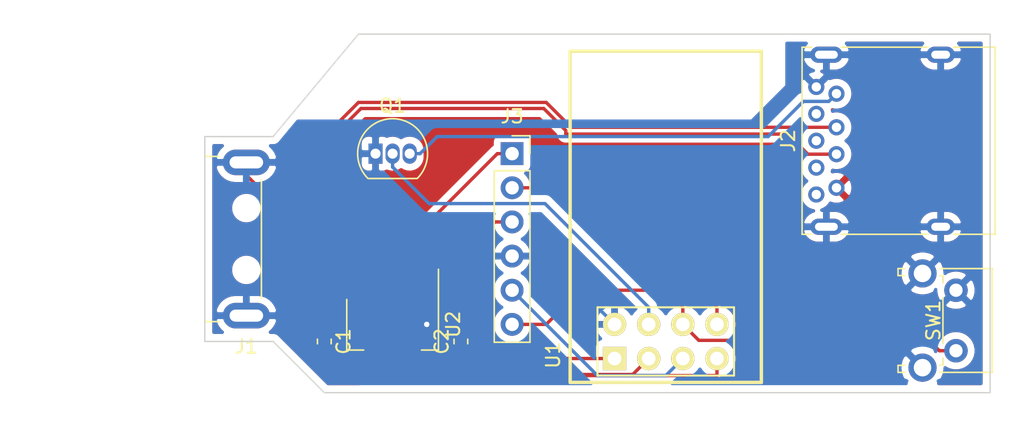
<source format=kicad_pcb>
(kicad_pcb (version 20171130) (host pcbnew 5.1.5-52549c5~84~ubuntu18.04.1)

  (general
    (thickness 1.6)
    (drawings 8)
    (tracks 85)
    (zones 0)
    (modules 9)
    (nets 12)
  )

  (page A4)
  (layers
    (0 F.Cu signal)
    (31 B.Cu signal)
    (32 B.Adhes user)
    (33 F.Adhes user)
    (34 B.Paste user)
    (35 F.Paste user)
    (36 B.SilkS user)
    (37 F.SilkS user)
    (38 B.Mask user)
    (39 F.Mask user)
    (40 Dwgs.User user)
    (41 Cmts.User user)
    (42 Eco1.User user)
    (43 Eco2.User user)
    (44 Edge.Cuts user)
    (45 Margin user)
    (46 B.CrtYd user)
    (47 F.CrtYd user)
    (48 B.Fab user)
    (49 F.Fab user)
  )

  (setup
    (last_trace_width 0.25)
    (trace_clearance 0.2)
    (zone_clearance 0.508)
    (zone_45_only no)
    (trace_min 0.2)
    (via_size 0.8)
    (via_drill 0.4)
    (via_min_size 0.4)
    (via_min_drill 0.3)
    (uvia_size 0.3)
    (uvia_drill 0.1)
    (uvias_allowed no)
    (uvia_min_size 0.2)
    (uvia_min_drill 0.1)
    (edge_width 0.1)
    (segment_width 0.2)
    (pcb_text_width 0.3)
    (pcb_text_size 1.5 1.5)
    (mod_edge_width 0.15)
    (mod_text_size 1 1)
    (mod_text_width 0.15)
    (pad_size 2.1 2.1)
    (pad_drill 1.3)
    (pad_to_mask_clearance 0)
    (aux_axis_origin 0 0)
    (visible_elements FFFFFF7F)
    (pcbplotparams
      (layerselection 0x010fc_ffffffff)
      (usegerberextensions false)
      (usegerberattributes false)
      (usegerberadvancedattributes false)
      (creategerberjobfile false)
      (excludeedgelayer true)
      (linewidth 0.100000)
      (plotframeref false)
      (viasonmask false)
      (mode 1)
      (useauxorigin false)
      (hpglpennumber 1)
      (hpglpenspeed 20)
      (hpglpendiameter 15.000000)
      (psnegative false)
      (psa4output false)
      (plotreference true)
      (plotvalue true)
      (plotinvisibletext false)
      (padsonsilk false)
      (subtractmaskfromsilk false)
      (outputformat 1)
      (mirror false)
      (drillshape 1)
      (scaleselection 1)
      (outputdirectory ""))
  )

  (net 0 "")
  (net 1 GND)
  (net 2 VBUS)
  (net 3 "Net-(C2-Pad1)")
  (net 4 "Net-(J1-Pad3)")
  (net 5 "Net-(J1-Pad2)")
  (net 6 "Net-(J2-Pad4)")
  (net 7 "Net-(J3-Pad6)")
  (net 8 "Net-(J3-Pad5)")
  (net 9 "Net-(J3-Pad3)")
  (net 10 "Net-(J3-Pad2)")
  (net 11 "Net-(Q1-Pad2)")

  (net_class Default "This is the default net class."
    (clearance 0.2)
    (trace_width 0.25)
    (via_dia 0.8)
    (via_drill 0.4)
    (uvia_dia 0.3)
    (uvia_drill 0.1)
    (add_net GND)
    (add_net "Net-(C2-Pad1)")
    (add_net "Net-(J1-Pad2)")
    (add_net "Net-(J1-Pad3)")
    (add_net "Net-(J2-Pad4)")
    (add_net "Net-(J3-Pad2)")
    (add_net "Net-(J3-Pad3)")
    (add_net "Net-(J3-Pad5)")
    (add_net "Net-(J3-Pad6)")
    (add_net "Net-(Q1-Pad2)")
    (add_net VBUS)
  )

  (module Package_TO_SOT_SMD:SOT-223-3_TabPin2 (layer F.Cu) (tedit 5A02FF57) (tstamp 5E3A041B)
    (at 146.05 101.6 270)
    (descr "module CMS SOT223 4 pins")
    (tags "CMS SOT")
    (path /5E3A02F5)
    (attr smd)
    (fp_text reference U2 (at 0 -4.5 90) (layer F.SilkS)
      (effects (font (size 1 1) (thickness 0.15)))
    )
    (fp_text value AMS1117-3.3 (at 0 4.5 90) (layer F.Fab)
      (effects (font (size 1 1) (thickness 0.15)))
    )
    (fp_line (start 1.85 -3.35) (end 1.85 3.35) (layer F.Fab) (width 0.1))
    (fp_line (start -1.85 3.35) (end 1.85 3.35) (layer F.Fab) (width 0.1))
    (fp_line (start -4.1 -3.41) (end 1.91 -3.41) (layer F.SilkS) (width 0.12))
    (fp_line (start -0.85 -3.35) (end 1.85 -3.35) (layer F.Fab) (width 0.1))
    (fp_line (start -1.85 3.41) (end 1.91 3.41) (layer F.SilkS) (width 0.12))
    (fp_line (start -1.85 -2.35) (end -1.85 3.35) (layer F.Fab) (width 0.1))
    (fp_line (start -1.85 -2.35) (end -0.85 -3.35) (layer F.Fab) (width 0.1))
    (fp_line (start -4.4 -3.6) (end -4.4 3.6) (layer F.CrtYd) (width 0.05))
    (fp_line (start -4.4 3.6) (end 4.4 3.6) (layer F.CrtYd) (width 0.05))
    (fp_line (start 4.4 3.6) (end 4.4 -3.6) (layer F.CrtYd) (width 0.05))
    (fp_line (start 4.4 -3.6) (end -4.4 -3.6) (layer F.CrtYd) (width 0.05))
    (fp_line (start 1.91 -3.41) (end 1.91 -2.15) (layer F.SilkS) (width 0.12))
    (fp_line (start 1.91 3.41) (end 1.91 2.15) (layer F.SilkS) (width 0.12))
    (fp_text user %R (at 0 0) (layer F.Fab)
      (effects (font (size 0.8 0.8) (thickness 0.12)))
    )
    (pad 1 smd rect (at -3.15 -2.3 270) (size 2 1.5) (layers F.Cu F.Paste F.Mask)
      (net 1 GND))
    (pad 3 smd rect (at -3.15 2.3 270) (size 2 1.5) (layers F.Cu F.Paste F.Mask)
      (net 2 VBUS))
    (pad 2 smd rect (at -3.15 0 270) (size 2 1.5) (layers F.Cu F.Paste F.Mask)
      (net 3 "Net-(C2-Pad1)"))
    (pad 2 smd rect (at 3.15 0 270) (size 2 3.8) (layers F.Cu F.Paste F.Mask)
      (net 3 "Net-(C2-Pad1)"))
    (model ${KISYS3DMOD}/Package_TO_SOT_SMD.3dshapes/SOT-223.wrl
      (at (xyz 0 0 0))
      (scale (xyz 1 1 1))
      (rotate (xyz 0 0 0))
    )
  )

  (module ESP8266:ESP-01 (layer F.Cu) (tedit 577EF889) (tstamp 5E3A0405)
    (at 162.56 104.14 90)
    (descr "Module, ESP-8266, ESP-01, 8 pin")
    (tags "Module ESP-8266 ESP8266")
    (path /5E38E10A)
    (fp_text reference U1 (at 0.254 -4.572 90) (layer F.SilkS)
      (effects (font (size 1 1) (thickness 0.15)))
    )
    (fp_text value ESP-01v090 (at 12.192 3.556 90) (layer F.Fab)
      (effects (font (size 1 1) (thickness 0.15)))
    )
    (fp_line (start 3.81 -1.27) (end 1.27 -1.27) (layer F.SilkS) (width 0.1524))
    (fp_line (start 3.81 8.89) (end 3.81 -1.27) (layer F.SilkS) (width 0.1524))
    (fp_line (start -1.27 8.89) (end 3.81 8.89) (layer F.SilkS) (width 0.1524))
    (fp_line (start -1.27 1.27) (end -1.27 8.89) (layer F.SilkS) (width 0.1524))
    (fp_line (start -1.75 9.4) (end 4.3 9.4) (layer F.CrtYd) (width 0.05))
    (fp_line (start -1.75 -1.75) (end 4.3 -1.75) (layer F.CrtYd) (width 0.05))
    (fp_line (start 4.3 -1.75) (end 4.3 9.4) (layer F.CrtYd) (width 0.05))
    (fp_line (start -1.75 -1.75) (end -1.75 9.4) (layer F.CrtYd) (width 0.05))
    (fp_line (start -1.27 -1.27) (end -1.27 1.27) (layer F.SilkS) (width 0.1524))
    (fp_line (start 1.27 -1.27) (end -1.27 -1.27) (layer F.SilkS) (width 0.1524))
    (fp_line (start -1.778 10.922) (end -1.778 -3.302) (layer F.Fab) (width 0.05))
    (fp_line (start 22.86 10.922) (end -1.778 10.922) (layer F.Fab) (width 0.05))
    (fp_line (start 22.86 -3.302) (end 22.86 10.922) (layer F.Fab) (width 0.05))
    (fp_line (start -1.778 -3.302) (end 22.86 -3.302) (layer F.Fab) (width 0.05))
    (fp_line (start -1.778 10.922) (end -1.778 -3.302) (layer F.SilkS) (width 0.254))
    (fp_line (start 22.86 10.922) (end -1.778 10.922) (layer F.SilkS) (width 0.254))
    (fp_line (start 22.86 -3.302) (end 22.86 10.922) (layer F.SilkS) (width 0.254))
    (fp_line (start -1.778 -3.302) (end 22.86 -3.302) (layer F.SilkS) (width 0.254))
    (pad 8 thru_hole oval (at 2.54 7.62 90) (size 1.7272 1.7272) (drill 1.016) (layers *.Cu *.Mask F.SilkS)
      (net 10 "Net-(J3-Pad2)"))
    (pad 7 thru_hole oval (at 0 7.62 90) (size 1.7272 1.7272) (drill 1.016) (layers *.Cu *.Mask F.SilkS)
      (net 3 "Net-(C2-Pad1)"))
    (pad 6 thru_hole oval (at 2.54 5.08 90) (size 1.7272 1.7272) (drill 1.016) (layers *.Cu *.Mask F.SilkS)
      (net 7 "Net-(J3-Pad6)"))
    (pad 5 thru_hole oval (at 0 5.08 90) (size 1.7272 1.7272) (drill 1.016) (layers *.Cu *.Mask F.SilkS)
      (net 8 "Net-(J3-Pad5)"))
    (pad 4 thru_hole oval (at 2.54 2.54 90) (size 1.7272 1.7272) (drill 1.016) (layers *.Cu *.Mask F.SilkS)
      (net 11 "Net-(Q1-Pad2)"))
    (pad 3 thru_hole oval (at 0 2.54 90) (size 1.7272 1.7272) (drill 1.016) (layers *.Cu *.Mask F.SilkS)
      (net 3 "Net-(C2-Pad1)"))
    (pad 2 thru_hole oval (at 2.54 0 90) (size 1.7272 1.7272) (drill 1.016) (layers *.Cu *.Mask F.SilkS)
      (net 1 GND))
    (pad 1 thru_hole rect (at 0 0 90) (size 1.7272 1.7272) (drill 1.016) (layers *.Cu *.Mask F.SilkS)
      (net 9 "Net-(J3-Pad3)"))
  )

  (module Button_Switch_THT:SW_Tactile_SPST_Angled_PTS645Vx31-2LFS (layer F.Cu) (tedit 5E3A1AD6) (tstamp 5E3A03E7)
    (at 187.96 99.06 270)
    (descr "tactile switch SPST right angle, PTS645VL31-2 LFS")
    (tags "tactile switch SPST angled PTS645VL31-2 LFS C&K Button")
    (path /5E3F9B19)
    (fp_text reference SW1 (at 2.25 1.68 90) (layer F.SilkS)
      (effects (font (size 1 1) (thickness 0.15)))
    )
    (fp_text value SW_Push (at 2.25 5.38988 90) (layer F.Fab)
      (effects (font (size 1 1) (thickness 0.15)))
    )
    (fp_line (start 0.55 0.97) (end 3.95 0.97) (layer F.SilkS) (width 0.12))
    (fp_line (start -1.09 0.97) (end -0.55 0.97) (layer F.SilkS) (width 0.12))
    (fp_line (start 6.11 3.8) (end 6.11 4.31) (layer F.SilkS) (width 0.12))
    (fp_line (start 5.59 4.31) (end 6.11 4.31) (layer F.SilkS) (width 0.12))
    (fp_line (start 5.59 3.8) (end 5.59 4.31) (layer F.SilkS) (width 0.12))
    (fp_line (start 5.05 0.97) (end 5.59 0.97) (layer F.SilkS) (width 0.12))
    (fp_line (start -1.61 3.8) (end -1.61 4.31) (layer F.SilkS) (width 0.12))
    (fp_line (start -1.09 3.8) (end -1.09 4.31) (layer F.SilkS) (width 0.12))
    (fp_line (start 5.59 0.97) (end 5.59 1.2) (layer F.SilkS) (width 0.12))
    (fp_line (start -1.2 4.2) (end -1.2 0.86) (layer F.Fab) (width 0.1))
    (fp_line (start 5.7 4.2) (end 6 4.2) (layer F.Fab) (width 0.1))
    (fp_line (start -1.5 4.2) (end -1.5 -2.59) (layer F.Fab) (width 0.1))
    (fp_line (start -1.5 -2.59) (end 6 -2.59) (layer F.Fab) (width 0.1))
    (fp_line (start -1.61 -2.7) (end -1.61 1.2) (layer F.SilkS) (width 0.12))
    (fp_line (start -1.61 4.31) (end -1.09 4.31) (layer F.SilkS) (width 0.12))
    (fp_line (start 6.11 -2.7) (end 6.11 1.2) (layer F.SilkS) (width 0.12))
    (fp_line (start -1.61 -2.7) (end 6.11 -2.7) (layer F.SilkS) (width 0.12))
    (fp_line (start -2.5 4.45) (end -2.5 -2.8) (layer F.CrtYd) (width 0.05))
    (fp_line (start 7.05 4.45) (end -2.5 4.45) (layer F.CrtYd) (width 0.05))
    (fp_line (start 7.05 -2.8) (end 7.05 4.45) (layer F.CrtYd) (width 0.05))
    (fp_line (start -2.5 -2.8) (end 7.05 -2.8) (layer F.CrtYd) (width 0.05))
    (fp_line (start 6 4.2) (end 6 -2.59) (layer F.Fab) (width 0.1))
    (fp_line (start -1.2 0.86) (end 5.7 0.86) (layer F.Fab) (width 0.1))
    (fp_line (start -1.5 4.2) (end -1.2 4.2) (layer F.Fab) (width 0.1))
    (fp_line (start 5.7 4.2) (end 5.7 0.86) (layer F.Fab) (width 0.1))
    (fp_line (start -1.09 0.97) (end -1.09 1.2) (layer F.SilkS) (width 0.12))
    (fp_text user %R (at 2.25 1.68 90) (layer F.Fab)
      (effects (font (size 1 1) (thickness 0.15)))
    )
    (fp_line (start 0.5 -3.15) (end 0.5 -2.59) (layer F.Fab) (width 0.1))
    (fp_line (start 0.5 -3.15) (end 4 -3.15) (layer F.Fab) (width 0.1))
    (fp_line (start 4 -3.15) (end 4 -2.59) (layer F.Fab) (width 0.1))
    (pad "" thru_hole circle (at -1.25 2.49 270) (size 2.1 2.1) (drill 1.3) (layers *.Cu *.Mask)
      (net 1 GND))
    (pad 1 thru_hole circle (at 0 0 270) (size 1.75 1.75) (drill 0.99) (layers *.Cu *.Mask)
      (net 1 GND))
    (pad 2 thru_hole circle (at 4.5 0 270) (size 1.75 1.75) (drill 0.99) (layers *.Cu *.Mask)
      (net 7 "Net-(J3-Pad6)"))
    (pad "" thru_hole circle (at 5.76 2.49 270) (size 2.1 2.1) (drill 1.3) (layers *.Cu *.Mask)
      (net 1 GND))
    (model ${KISYS3DMOD}/Button_Switch_THT.3dshapes/SW_Tactile_SPST_Angled_PTS645Vx31-2LFS.wrl
      (at (xyz 0 0 0))
      (scale (xyz 1 1 1))
      (rotate (xyz 0 0 0))
    )
  )

  (module Package_TO_SOT_THT:TO-92_Inline (layer F.Cu) (tedit 5A1DD157) (tstamp 5E3A03C1)
    (at 144.78 88.9)
    (descr "TO-92 leads in-line, narrow, oval pads, drill 0.75mm (see NXP sot054_po.pdf)")
    (tags "to-92 sc-43 sc-43a sot54 PA33 transistor")
    (path /5E398675)
    (fp_text reference Q1 (at 1.27 -3.56) (layer F.SilkS)
      (effects (font (size 1 1) (thickness 0.15)))
    )
    (fp_text value 2N7000 (at 1.27 2.79) (layer F.Fab)
      (effects (font (size 1 1) (thickness 0.15)))
    )
    (fp_arc (start 1.27 0) (end 1.27 -2.6) (angle 135) (layer F.SilkS) (width 0.12))
    (fp_arc (start 1.27 0) (end 1.27 -2.48) (angle -135) (layer F.Fab) (width 0.1))
    (fp_arc (start 1.27 0) (end 1.27 -2.6) (angle -135) (layer F.SilkS) (width 0.12))
    (fp_arc (start 1.27 0) (end 1.27 -2.48) (angle 135) (layer F.Fab) (width 0.1))
    (fp_line (start 4 2.01) (end -1.46 2.01) (layer F.CrtYd) (width 0.05))
    (fp_line (start 4 2.01) (end 4 -2.73) (layer F.CrtYd) (width 0.05))
    (fp_line (start -1.46 -2.73) (end -1.46 2.01) (layer F.CrtYd) (width 0.05))
    (fp_line (start -1.46 -2.73) (end 4 -2.73) (layer F.CrtYd) (width 0.05))
    (fp_line (start -0.5 1.75) (end 3 1.75) (layer F.Fab) (width 0.1))
    (fp_line (start -0.53 1.85) (end 3.07 1.85) (layer F.SilkS) (width 0.12))
    (fp_text user %R (at 1.27 -3.56) (layer F.Fab)
      (effects (font (size 1 1) (thickness 0.15)))
    )
    (pad 1 thru_hole rect (at 0 0) (size 1.05 1.5) (drill 0.75) (layers *.Cu *.Mask)
      (net 1 GND))
    (pad 3 thru_hole oval (at 2.54 0) (size 1.05 1.5) (drill 0.75) (layers *.Cu *.Mask)
      (net 6 "Net-(J2-Pad4)"))
    (pad 2 thru_hole oval (at 1.27 0) (size 1.05 1.5) (drill 0.75) (layers *.Cu *.Mask)
      (net 11 "Net-(Q1-Pad2)"))
    (model ${KISYS3DMOD}/Package_TO_SOT_THT.3dshapes/TO-92_Inline.wrl
      (at (xyz 0 0 0))
      (scale (xyz 1 1 1))
      (rotate (xyz 0 0 0))
    )
  )

  (module Connector_PinSocket_2.54mm:PinSocket_1x06_P2.54mm_Vertical (layer F.Cu) (tedit 5A19A430) (tstamp 5E3A03AF)
    (at 154.94 88.9)
    (descr "Through hole straight socket strip, 1x06, 2.54mm pitch, single row (from Kicad 4.0.7), script generated")
    (tags "Through hole socket strip THT 1x06 2.54mm single row")
    (path /5E38FD6F)
    (fp_text reference J3 (at 0 -2.77) (layer F.SilkS)
      (effects (font (size 1 1) (thickness 0.15)))
    )
    (fp_text value Conn_01x06_Female (at 0 15.47) (layer F.Fab)
      (effects (font (size 1 1) (thickness 0.15)))
    )
    (fp_text user %R (at 0 6.35 90) (layer F.Fab)
      (effects (font (size 1 1) (thickness 0.15)))
    )
    (fp_line (start -1.8 14.45) (end -1.8 -1.8) (layer F.CrtYd) (width 0.05))
    (fp_line (start 1.75 14.45) (end -1.8 14.45) (layer F.CrtYd) (width 0.05))
    (fp_line (start 1.75 -1.8) (end 1.75 14.45) (layer F.CrtYd) (width 0.05))
    (fp_line (start -1.8 -1.8) (end 1.75 -1.8) (layer F.CrtYd) (width 0.05))
    (fp_line (start 0 -1.33) (end 1.33 -1.33) (layer F.SilkS) (width 0.12))
    (fp_line (start 1.33 -1.33) (end 1.33 0) (layer F.SilkS) (width 0.12))
    (fp_line (start 1.33 1.27) (end 1.33 14.03) (layer F.SilkS) (width 0.12))
    (fp_line (start -1.33 14.03) (end 1.33 14.03) (layer F.SilkS) (width 0.12))
    (fp_line (start -1.33 1.27) (end -1.33 14.03) (layer F.SilkS) (width 0.12))
    (fp_line (start -1.33 1.27) (end 1.33 1.27) (layer F.SilkS) (width 0.12))
    (fp_line (start -1.27 13.97) (end -1.27 -1.27) (layer F.Fab) (width 0.1))
    (fp_line (start 1.27 13.97) (end -1.27 13.97) (layer F.Fab) (width 0.1))
    (fp_line (start 1.27 -0.635) (end 1.27 13.97) (layer F.Fab) (width 0.1))
    (fp_line (start 0.635 -1.27) (end 1.27 -0.635) (layer F.Fab) (width 0.1))
    (fp_line (start -1.27 -1.27) (end 0.635 -1.27) (layer F.Fab) (width 0.1))
    (pad 6 thru_hole oval (at 0 12.7) (size 1.7 1.7) (drill 1) (layers *.Cu *.Mask)
      (net 7 "Net-(J3-Pad6)"))
    (pad 5 thru_hole oval (at 0 10.16) (size 1.7 1.7) (drill 1) (layers *.Cu *.Mask)
      (net 8 "Net-(J3-Pad5)"))
    (pad 4 thru_hole oval (at 0 7.62) (size 1.7 1.7) (drill 1) (layers *.Cu *.Mask)
      (net 1 GND))
    (pad 3 thru_hole oval (at 0 5.08) (size 1.7 1.7) (drill 1) (layers *.Cu *.Mask)
      (net 9 "Net-(J3-Pad3)"))
    (pad 2 thru_hole oval (at 0 2.54) (size 1.7 1.7) (drill 1) (layers *.Cu *.Mask)
      (net 10 "Net-(J3-Pad2)"))
    (pad 1 thru_hole rect (at 0 0) (size 1.7 1.7) (drill 1) (layers *.Cu *.Mask)
      (net 3 "Net-(C2-Pad1)"))
    (model ${KISYS3DMOD}/Connector_PinSocket_2.54mm.3dshapes/PinSocket_1x06_P2.54mm_Vertical.wrl
      (at (xyz 0 0 0))
      (scale (xyz 1 1 1))
      (rotate (xyz 0 0 0))
    )
  )

  (module Connector_USB:USB3_A_Molex_48393-001 (layer F.Cu) (tedit 5E3A1AC7) (tstamp 5E3A0395)
    (at 179.07 91.44 90)
    (descr "USB 3.0, type A, right angle (http://www.molex.com/pdm_docs/sd/483930003_sd.pdf)")
    (tags "USB 3.0 type A right angle")
    (path /5E38A525)
    (fp_text reference J2 (at 3.5 -3.6 90) (layer F.SilkS)
      (effects (font (size 1 1) (thickness 0.15)))
    )
    (fp_text value USB_A (at 3.5 13 90) (layer F.Fab)
      (effects (font (size 1 1) (thickness 0.15)))
    )
    (fp_line (start -3.4 -2.5) (end 10.4 -2.5) (layer F.Fab) (width 0.1))
    (fp_line (start 10.4 11.75) (end -3.4 11.75) (layer F.Fab) (width 0.1))
    (fp_line (start -3.46 11.81) (end 10.46 11.81) (layer F.SilkS) (width 0.12))
    (fp_line (start 10.46 11.81) (end 10.46 8.7) (layer F.SilkS) (width 0.12))
    (fp_line (start -3.46 11.81) (end -3.46 8.7) (layer F.SilkS) (width 0.12))
    (fp_line (start -3.46 6.8) (end -3.46 0.35) (layer F.SilkS) (width 0.12))
    (fp_line (start 10.46 6.8) (end 10.46 0.35) (layer F.SilkS) (width 0.12))
    (fp_line (start -3.46 -2.56) (end 10.46 -2.56) (layer F.SilkS) (width 0.12))
    (fp_line (start -4 -3) (end 11 -3) (layer F.CrtYd) (width 0.05))
    (fp_line (start 11 -3) (end 11 12.3) (layer F.CrtYd) (width 0.05))
    (fp_line (start 11 12.3) (end -4 12.3) (layer F.CrtYd) (width 0.05))
    (fp_line (start -4 12.3) (end -4 -3) (layer F.CrtYd) (width 0.05))
    (fp_text user %R (at 3.5 5 90) (layer F.Fab)
      (effects (font (size 1 1) (thickness 0.15)))
    )
    (fp_line (start 10.4 -2.5) (end 10.4 11.75) (layer F.Fab) (width 0.1))
    (fp_line (start -3.4 11.75) (end -3.4 -2.5) (layer F.Fab) (width 0.1))
    (fp_line (start 10.46 -2.56) (end 10.46 -1.85) (layer F.SilkS) (width 0.12))
    (fp_line (start -3.46 -2.56) (end -3.46 -1.85) (layer F.SilkS) (width 0.12))
    (pad 10 thru_hole oval (at -2.9 7.75 90) (size 1.2 2.1) (drill oval 0.6 1.4) (layers *.Cu *.Mask)
      (net 1 GND))
    (pad 10 thru_hole oval (at 9.9 7.75 90) (size 1.2 2.1) (drill oval 0.6 1.4) (layers *.Cu *.Mask)
      (net 1 GND))
    (pad 10 thru_hole oval (at -2.9 -0.75 90) (size 1.2 2.4) (drill oval 0.6 1.7) (layers *.Cu *.Mask)
      (net 1 GND))
    (pad 10 thru_hole oval (at 9.9 -0.75 90) (size 1.2 2.4) (drill oval 0.6 1.7) (layers *.Cu *.Mask)
      (net 1 GND))
    (pad 9 thru_hole circle (at -0.5 -1.5 90) (size 1.2 1.2) (drill 0.7) (layers *.Cu *.Mask))
    (pad 8 thru_hole circle (at 1.5 -1.5 90) (size 1.2 1.2) (drill 0.7) (layers *.Cu *.Mask))
    (pad 7 thru_hole circle (at 3.5 -1.5 90) (size 1.2 1.2) (drill 0.7) (layers *.Cu *.Mask))
    (pad 6 thru_hole circle (at 5.5 -1.5 90) (size 1.2 1.2) (drill 0.7) (layers *.Cu *.Mask))
    (pad 5 thru_hole circle (at 7.5 -1.5 90) (size 1.2 1.2) (drill 0.7) (layers *.Cu *.Mask)
      (net 1 GND))
    (pad 4 thru_hole circle (at 7 0 90) (size 1.2 1.2) (drill 0.7) (layers *.Cu *.Mask)
      (net 6 "Net-(J2-Pad4)"))
    (pad 3 thru_hole circle (at 4.5 0 90) (size 1.2 1.2) (drill 0.7) (layers *.Cu *.Mask)
      (net 4 "Net-(J1-Pad3)"))
    (pad 2 thru_hole circle (at 2.5 0 90) (size 1.2 1.2) (drill 0.7) (layers *.Cu *.Mask)
      (net 5 "Net-(J1-Pad2)"))
    (pad 1 thru_hole circle (at 0 0 90) (size 1.2 1.2) (drill 0.7) (layers *.Cu *.Mask)
      (net 2 VBUS))
    (model ${KISYS3DMOD}/Connector_USB.3dshapes/USB3_A_Molex_48393-001.wrl
      (at (xyz 0 0 0))
      (scale (xyz 1 1 1))
      (rotate (xyz 0 0 0))
    )
  )

  (module Connector_USB:USB_A_CNCTech_1001-011-01101_Horizontal (layer F.Cu) (tedit 5AFEF547) (tstamp 5E3A0373)
    (at 128.27 95.25 180)
    (descr http://cnctech.us/pdfs/1001-011-01101.pdf)
    (tags USB-A)
    (path /5E3899EF)
    (attr smd)
    (fp_text reference J1 (at -6.9 -8) (layer F.SilkS)
      (effects (font (size 1 1) (thickness 0.15)))
    )
    (fp_text value USB_A (at 0 8 180) (layer F.Fab)
      (effects (font (size 1 1) (thickness 0.15)))
    )
    (fp_line (start -11.4 4.55) (end -9.15 4.55) (layer F.CrtYd) (width 0.05))
    (fp_line (start -9.15 4.55) (end -9.15 7.15) (layer F.CrtYd) (width 0.05))
    (fp_line (start -9.15 7.15) (end -4.65 7.15) (layer F.CrtYd) (width 0.05))
    (fp_line (start -4.65 7.15) (end -4.65 6.52) (layer F.CrtYd) (width 0.05))
    (fp_line (start -4.65 6.52) (end 11.4 6.52) (layer F.CrtYd) (width 0.05))
    (fp_text user %R (at -6 0 90) (layer F.Fab)
      (effects (font (size 1 1) (thickness 0.15)))
    )
    (fp_line (start 11.4 6.52) (end 11.4 -6.52) (layer F.CrtYd) (width 0.05))
    (fp_line (start -4.65 -6.52) (end 11.4 -6.52) (layer F.CrtYd) (width 0.05))
    (fp_line (start -4.65 -6.52) (end -4.65 -7.15) (layer F.CrtYd) (width 0.05))
    (fp_line (start -9.15 -7.15) (end -4.65 -7.15) (layer F.CrtYd) (width 0.05))
    (fp_line (start -9.15 -7.15) (end -9.15 -4.55) (layer F.CrtYd) (width 0.05))
    (fp_line (start -11.4 -4.55) (end -9.15 -4.55) (layer F.CrtYd) (width 0.05))
    (fp_line (start -11.4 4.55) (end -11.4 -4.55) (layer F.CrtYd) (width 0.05))
    (fp_line (start -4.85 6.145) (end -3.8 6.145) (layer F.SilkS) (width 0.12))
    (fp_line (start -4.85 -6.145) (end -3.8 -6.145) (layer F.SilkS) (width 0.12))
    (fp_text user "PCB Edge" (at -4.55 -0.05 90) (layer Dwgs.User)
      (effects (font (size 0.6 0.6) (thickness 0.09)))
    )
    (fp_line (start -3.8 6.025) (end -3.8 -6.025) (layer Dwgs.User) (width 0.1))
    (fp_line (start -8.02 -4.4) (end -8.02 4.4) (layer F.SilkS) (width 0.12))
    (fp_circle (center -6.9 2.3) (end -6.9 2.8) (layer F.Fab) (width 0.1))
    (fp_circle (center -6.9 -2.3) (end -6.9 -2.8) (layer F.Fab) (width 0.1))
    (fp_line (start -10.4 -3.25) (end -7.9 -3.25) (layer F.Fab) (width 0.1))
    (fp_line (start -10.4 -3.25) (end -10.4 -3.75) (layer F.Fab) (width 0.1))
    (fp_line (start -10.4 -3.75) (end -7.9 -3.75) (layer F.Fab) (width 0.1))
    (fp_line (start -10.4 -1.25) (end -7.9 -1.25) (layer F.Fab) (width 0.1))
    (fp_line (start -10.4 -0.75) (end -7.9 -0.75) (layer F.Fab) (width 0.1))
    (fp_line (start -10.4 -0.75) (end -10.4 -1.25) (layer F.Fab) (width 0.1))
    (fp_line (start -10.4 1.25) (end -7.9 1.25) (layer F.Fab) (width 0.1))
    (fp_line (start -10.4 1.25) (end -10.4 0.75) (layer F.Fab) (width 0.1))
    (fp_line (start -10.4 0.75) (end -7.9 0.75) (layer F.Fab) (width 0.1))
    (fp_line (start -10.4 3.75) (end -7.9 3.75) (layer F.Fab) (width 0.1))
    (fp_line (start -10.4 3.25) (end -7.9 3.25) (layer F.Fab) (width 0.1))
    (fp_line (start -10.4 3.75) (end -10.4 3.25) (layer F.Fab) (width 0.1))
    (fp_line (start 10.9 6.025) (end 10.9 -6.025) (layer F.Fab) (width 0.1))
    (fp_line (start -7.9 6.025) (end 10.9 6.025) (layer F.Fab) (width 0.1))
    (fp_line (start -7.9 -6.025) (end 10.9 -6.025) (layer F.Fab) (width 0.1))
    (fp_line (start -7.9 6.025) (end -7.9 -6.025) (layer F.Fab) (width 0.1))
    (pad "" np_thru_hole circle (at -6.9 2.3 180) (size 1.1 1.1) (drill 1.1) (layers *.Cu *.Mask))
    (pad "" np_thru_hole circle (at -6.9 -2.3 180) (size 1.1 1.1) (drill 1.1) (layers *.Cu *.Mask))
    (pad 5 thru_hole oval (at -6.9 5.7 180) (size 3.5 1.9) (drill oval 2.5 0.9) (layers *.Cu *.Mask)
      (net 1 GND))
    (pad 5 thru_hole oval (at -6.9 -5.7 180) (size 3.5 1.9) (drill oval 2.5 0.9) (layers *.Cu *.Mask)
      (net 1 GND))
    (pad 4 smd rect (at -9.65 3.5 180) (size 2.5 1.1) (layers F.Cu F.Paste F.Mask)
      (net 1 GND))
    (pad 1 smd rect (at -9.65 -3.5 180) (size 2.5 1.1) (layers F.Cu F.Paste F.Mask)
      (net 2 VBUS))
    (pad 3 smd rect (at -9.65 1 180) (size 2.5 1.1) (layers F.Cu F.Paste F.Mask)
      (net 4 "Net-(J1-Pad3)"))
    (pad 2 smd rect (at -9.65 -1 180) (size 2.5 1.1) (layers F.Cu F.Paste F.Mask)
      (net 5 "Net-(J1-Pad2)"))
    (model ${KISYS3DMOD}/Connector_USB.3dshapes/USB_A_CNCTech_1001-011-01101_Horizontal.wrl
      (at (xyz 0 0 0))
      (scale (xyz 1 1 1))
      (rotate (xyz 0 0 0))
    )
  )

  (module Capacitor_SMD:C_0603_1608Metric_Pad1.05x0.95mm_HandSolder (layer F.Cu) (tedit 5B301BBE) (tstamp 5E3A0343)
    (at 151.13 102.87 90)
    (descr "Capacitor SMD 0603 (1608 Metric), square (rectangular) end terminal, IPC_7351 nominal with elongated pad for handsoldering. (Body size source: http://www.tortai-tech.com/upload/download/2011102023233369053.pdf), generated with kicad-footprint-generator")
    (tags "capacitor handsolder")
    (path /5E3A1999)
    (attr smd)
    (fp_text reference C2 (at 0 -1.43 90) (layer F.SilkS)
      (effects (font (size 1 1) (thickness 0.15)))
    )
    (fp_text value C (at 0 1.43 90) (layer F.Fab)
      (effects (font (size 1 1) (thickness 0.15)))
    )
    (fp_text user %R (at 0 0 90) (layer F.Fab)
      (effects (font (size 0.4 0.4) (thickness 0.06)))
    )
    (fp_line (start 1.65 0.73) (end -1.65 0.73) (layer F.CrtYd) (width 0.05))
    (fp_line (start 1.65 -0.73) (end 1.65 0.73) (layer F.CrtYd) (width 0.05))
    (fp_line (start -1.65 -0.73) (end 1.65 -0.73) (layer F.CrtYd) (width 0.05))
    (fp_line (start -1.65 0.73) (end -1.65 -0.73) (layer F.CrtYd) (width 0.05))
    (fp_line (start -0.171267 0.51) (end 0.171267 0.51) (layer F.SilkS) (width 0.12))
    (fp_line (start -0.171267 -0.51) (end 0.171267 -0.51) (layer F.SilkS) (width 0.12))
    (fp_line (start 0.8 0.4) (end -0.8 0.4) (layer F.Fab) (width 0.1))
    (fp_line (start 0.8 -0.4) (end 0.8 0.4) (layer F.Fab) (width 0.1))
    (fp_line (start -0.8 -0.4) (end 0.8 -0.4) (layer F.Fab) (width 0.1))
    (fp_line (start -0.8 0.4) (end -0.8 -0.4) (layer F.Fab) (width 0.1))
    (pad 2 smd roundrect (at 0.875 0 90) (size 1.05 0.95) (layers F.Cu F.Paste F.Mask) (roundrect_rratio 0.25)
      (net 1 GND))
    (pad 1 smd roundrect (at -0.875 0 90) (size 1.05 0.95) (layers F.Cu F.Paste F.Mask) (roundrect_rratio 0.25)
      (net 3 "Net-(C2-Pad1)"))
    (model ${KISYS3DMOD}/Capacitor_SMD.3dshapes/C_0603_1608Metric.wrl
      (at (xyz 0 0 0))
      (scale (xyz 1 1 1))
      (rotate (xyz 0 0 0))
    )
  )

  (module Capacitor_SMD:C_0603_1608Metric_Pad1.05x0.95mm_HandSolder (layer F.Cu) (tedit 5B301BBE) (tstamp 5E3A0332)
    (at 140.97 102.87 270)
    (descr "Capacitor SMD 0603 (1608 Metric), square (rectangular) end terminal, IPC_7351 nominal with elongated pad for handsoldering. (Body size source: http://www.tortai-tech.com/upload/download/2011102023233369053.pdf), generated with kicad-footprint-generator")
    (tags "capacitor handsolder")
    (path /5E3A1383)
    (attr smd)
    (fp_text reference C1 (at 0 -1.43 90) (layer F.SilkS)
      (effects (font (size 1 1) (thickness 0.15)))
    )
    (fp_text value C (at 0 1.43 90) (layer F.Fab)
      (effects (font (size 1 1) (thickness 0.15)))
    )
    (fp_text user %R (at 0 0 90) (layer F.Fab)
      (effects (font (size 0.4 0.4) (thickness 0.06)))
    )
    (fp_line (start 1.65 0.73) (end -1.65 0.73) (layer F.CrtYd) (width 0.05))
    (fp_line (start 1.65 -0.73) (end 1.65 0.73) (layer F.CrtYd) (width 0.05))
    (fp_line (start -1.65 -0.73) (end 1.65 -0.73) (layer F.CrtYd) (width 0.05))
    (fp_line (start -1.65 0.73) (end -1.65 -0.73) (layer F.CrtYd) (width 0.05))
    (fp_line (start -0.171267 0.51) (end 0.171267 0.51) (layer F.SilkS) (width 0.12))
    (fp_line (start -0.171267 -0.51) (end 0.171267 -0.51) (layer F.SilkS) (width 0.12))
    (fp_line (start 0.8 0.4) (end -0.8 0.4) (layer F.Fab) (width 0.1))
    (fp_line (start 0.8 -0.4) (end 0.8 0.4) (layer F.Fab) (width 0.1))
    (fp_line (start -0.8 -0.4) (end 0.8 -0.4) (layer F.Fab) (width 0.1))
    (fp_line (start -0.8 0.4) (end -0.8 -0.4) (layer F.Fab) (width 0.1))
    (pad 2 smd roundrect (at 0.875 0 270) (size 1.05 0.95) (layers F.Cu F.Paste F.Mask) (roundrect_rratio 0.25)
      (net 1 GND))
    (pad 1 smd roundrect (at -0.875 0 270) (size 1.05 0.95) (layers F.Cu F.Paste F.Mask) (roundrect_rratio 0.25)
      (net 2 VBUS))
    (model ${KISYS3DMOD}/Capacitor_SMD.3dshapes/C_0603_1608Metric.wrl
      (at (xyz 0 0 0))
      (scale (xyz 1 1 1))
      (rotate (xyz 0 0 0))
    )
  )

  (gr_line (start 143.51 80.01) (end 137.16 87.63) (layer Edge.Cuts) (width 0.1) (tstamp 5E3A0F2E))
  (gr_line (start 190.5 80.01) (end 143.51 80.01) (layer Edge.Cuts) (width 0.1))
  (gr_line (start 190.5 106.68) (end 190.5 80.01) (layer Edge.Cuts) (width 0.1))
  (gr_line (start 132.08 87.63) (end 137.16 87.63) (layer Edge.Cuts) (width 0.1))
  (gr_line (start 132.08 102.87) (end 132.08 87.63) (layer Edge.Cuts) (width 0.1))
  (gr_line (start 137.16 102.87) (end 132.08 102.87) (layer Edge.Cuts) (width 0.1))
  (gr_line (start 140.97 106.68) (end 137.16 102.87) (layer Edge.Cuts) (width 0.1))
  (gr_line (start 190.5 106.68) (end 140.97 106.68) (layer Edge.Cuts) (width 0.1))

  (segment (start 135.17 90.5) (end 135.17 89.55) (width 0.25) (layer F.Cu) (net 1))
  (segment (start 136.42 91.75) (end 135.17 90.5) (width 0.25) (layer F.Cu) (net 1))
  (segment (start 137.92 91.75) (end 136.42 91.75) (width 0.25) (layer F.Cu) (net 1))
  (segment (start 162.56 101.6) (end 157.48 96.52) (width 0.25) (layer B.Cu) (net 1))
  (segment (start 157.48 96.52) (end 154.94 96.52) (width 0.25) (layer B.Cu) (net 1))
  (segment (start 137.17 100.95) (end 135.17 100.95) (width 0.25) (layer F.Cu) (net 1))
  (segment (start 137.7 100.95) (end 137.17 100.95) (width 0.25) (layer F.Cu) (net 1))
  (segment (start 140.495 103.745) (end 137.7 100.95) (width 0.25) (layer F.Cu) (net 1))
  (segment (start 140.97 103.745) (end 140.495 103.745) (width 0.25) (layer F.Cu) (net 1))
  (via (at 148.59 101.6) (size 0.8) (drill 0.4) (layers F.Cu B.Cu) (net 1))
  (segment (start 148.985 101.995) (end 148.59 101.6) (width 0.25) (layer F.Cu) (net 1))
  (segment (start 151.13 101.995) (end 148.985 101.995) (width 0.25) (layer F.Cu) (net 1))
  (segment (start 148.35 101.36) (end 148.59 101.6) (width 0.25) (layer F.Cu) (net 1))
  (segment (start 148.35 98.45) (end 148.35 101.36) (width 0.25) (layer F.Cu) (net 1))
  (segment (start 142.75 98.45) (end 143.75 98.45) (width 0.25) (layer F.Cu) (net 2))
  (segment (start 140.97 100.23) (end 142.75 98.45) (width 0.25) (layer F.Cu) (net 2))
  (segment (start 140.97 101.995) (end 140.97 100.23) (width 0.25) (layer F.Cu) (net 2))
  (segment (start 138.22 98.45) (end 137.92 98.75) (width 0.25) (layer F.Cu) (net 2))
  (segment (start 143.75 98.45) (end 138.22 98.45) (width 0.25) (layer F.Cu) (net 2))
  (segment (start 146.05 98.45) (end 146.05 104.75) (width 0.25) (layer F.Cu) (net 3))
  (segment (start 147.055 103.745) (end 146.05 104.75) (width 0.25) (layer F.Cu) (net 3))
  (segment (start 151.13 103.745) (end 147.055 103.745) (width 0.25) (layer F.Cu) (net 3))
  (segment (start 146.05 96.69) (end 153.84 88.9) (width 0.25) (layer F.Cu) (net 3))
  (segment (start 153.84 88.9) (end 154.94 88.9) (width 0.25) (layer F.Cu) (net 3))
  (segment (start 146.05 98.45) (end 146.05 96.69) (width 0.25) (layer F.Cu) (net 3))
  (segment (start 151.13 104.27) (end 151.13 103.745) (width 0.25) (layer F.Cu) (net 3))
  (segment (start 152.188601 105.328601) (end 151.13 104.27) (width 0.25) (layer F.Cu) (net 3))
  (segment (start 163.911399 105.328601) (end 152.188601 105.328601) (width 0.25) (layer F.Cu) (net 3))
  (segment (start 165.1 104.14) (end 163.911399 105.328601) (width 0.25) (layer F.Cu) (net 3))
  (segment (start 170.18 104.14) (end 170.18 105.41) (width 0.25) (layer F.Cu) (net 3))
  (segment (start 148.2 104.75) (end 146.05 104.75) (width 0.25) (layer F.Cu) (net 3))
  (segment (start 148.86 105.41) (end 148.2 104.75) (width 0.25) (layer F.Cu) (net 3))
  (segment (start 170.18 105.41) (end 148.86 105.41) (width 0.25) (layer F.Cu) (net 3))
  (segment (start 139.42 94.25) (end 137.92 94.25) (width 0.25) (layer F.Cu) (net 4))
  (segment (start 139.495001 94.174999) (end 139.42 94.25) (width 0.25) (layer F.Cu) (net 4))
  (segment (start 139.505001 94.174999) (end 139.495001 94.174999) (width 0.25) (layer F.Cu) (net 4))
  (segment (start 159.33 86.94) (end 157.48 85.09) (width 0.25) (layer F.Cu) (net 4))
  (segment (start 140.51999 88.08001) (end 140.51999 93.16001) (width 0.25) (layer F.Cu) (net 4))
  (segment (start 179.07 86.94) (end 159.33 86.94) (width 0.25) (layer F.Cu) (net 4))
  (segment (start 157.48 85.09) (end 143.51 85.09) (width 0.25) (layer F.Cu) (net 4))
  (segment (start 143.51 85.09) (end 140.51999 88.08001) (width 0.25) (layer F.Cu) (net 4))
  (segment (start 140.51999 93.16001) (end 139.505001 94.174999) (width 0.25) (layer F.Cu) (net 4))
  (segment (start 139.495001 96.174999) (end 139.42 96.25) (width 0.25) (layer F.Cu) (net 5))
  (segment (start 140.045001 96.174999) (end 139.495001 96.174999) (width 0.25) (layer F.Cu) (net 5))
  (segment (start 140.97 95.25) (end 140.045001 96.174999) (width 0.25) (layer F.Cu) (net 5))
  (segment (start 140.97 88.26641) (end 140.97 95.25) (width 0.25) (layer F.Cu) (net 5))
  (segment (start 143.6964 85.54001) (end 140.97 88.26641) (width 0.25) (layer F.Cu) (net 5))
  (segment (start 179.07 88.94) (end 176.93998 88.94) (width 0.25) (layer F.Cu) (net 5))
  (segment (start 175.44499 87.44501) (end 158.93499 87.44501) (width 0.25) (layer F.Cu) (net 5))
  (segment (start 176.93998 88.94) (end 175.44499 87.44501) (width 0.25) (layer F.Cu) (net 5))
  (segment (start 139.42 96.25) (end 137.92 96.25) (width 0.25) (layer F.Cu) (net 5))
  (segment (start 157.2936 85.54001) (end 143.6964 85.54001) (width 0.25) (layer F.Cu) (net 5))
  (segment (start 158.93499 87.44501) (end 158.93499 87.1814) (width 0.25) (layer F.Cu) (net 5))
  (segment (start 158.93499 87.1814) (end 157.2936 85.54001) (width 0.25) (layer F.Cu) (net 5))
  (segment (start 148.095 88.9) (end 147.32 88.9) (width 0.25) (layer B.Cu) (net 6))
  (segment (start 149.365 87.63) (end 148.095 88.9) (width 0.25) (layer B.Cu) (net 6))
  (segment (start 178.495001 85.014999) (end 176.605001 85.014999) (width 0.25) (layer B.Cu) (net 6))
  (segment (start 173.99 87.63) (end 149.365 87.63) (width 0.25) (layer B.Cu) (net 6))
  (segment (start 176.605001 85.014999) (end 173.99 87.63) (width 0.25) (layer B.Cu) (net 6))
  (segment (start 179.07 84.44) (end 178.495001 85.014999) (width 0.25) (layer B.Cu) (net 6))
  (segment (start 186.722564 103.56) (end 187.96 103.56) (width 0.25) (layer F.Cu) (net 7))
  (segment (start 185.951165 102.788601) (end 186.722564 103.56) (width 0.25) (layer F.Cu) (net 7))
  (segment (start 168.828601 102.788601) (end 185.951165 102.788601) (width 0.25) (layer F.Cu) (net 7))
  (segment (start 167.64 101.6) (end 168.828601 102.788601) (width 0.25) (layer F.Cu) (net 7))
  (segment (start 167.64 101.6) (end 167.64 100.33) (width 0.25) (layer F.Cu) (net 7))
  (segment (start 167.64 100.33) (end 166.37 99.06) (width 0.25) (layer F.Cu) (net 7))
  (segment (start 166.37 99.06) (end 160.02 99.06) (width 0.25) (layer F.Cu) (net 7))
  (segment (start 157.48 101.6) (end 154.94 101.6) (width 0.25) (layer F.Cu) (net 7))
  (segment (start 160.02 99.06) (end 157.48 101.6) (width 0.25) (layer F.Cu) (net 7))
  (segment (start 166.37 105.41) (end 167.64 104.14) (width 0.25) (layer B.Cu) (net 8))
  (segment (start 161.29 105.41) (end 166.37 105.41) (width 0.25) (layer B.Cu) (net 8))
  (segment (start 154.94 99.06) (end 161.29 105.41) (width 0.25) (layer B.Cu) (net 8))
  (segment (start 162.56 104.14) (end 153.67 104.14) (width 0.25) (layer F.Cu) (net 9))
  (segment (start 153.67 104.14) (end 152.4 102.87) (width 0.25) (layer F.Cu) (net 9))
  (segment (start 152.4 102.87) (end 152.4 95.25) (width 0.25) (layer F.Cu) (net 9))
  (segment (start 152.4 95.25) (end 153.67 93.98) (width 0.25) (layer F.Cu) (net 9))
  (segment (start 153.67 93.98) (end 154.94 93.98) (width 0.25) (layer F.Cu) (net 9))
  (segment (start 170.18 101.6) (end 170.18 100.33) (width 0.25) (layer F.Cu) (net 10))
  (segment (start 170.18 100.33) (end 161.29 91.44) (width 0.25) (layer F.Cu) (net 10))
  (segment (start 161.29 91.44) (end 154.94 91.44) (width 0.25) (layer F.Cu) (net 10))
  (segment (start 165.1 100.33) (end 165.1 101.6) (width 0.25) (layer B.Cu) (net 11))
  (segment (start 157.385001 92.615001) (end 165.1 100.33) (width 0.25) (layer B.Cu) (net 11))
  (segment (start 148.765001 92.615001) (end 157.385001 92.615001) (width 0.25) (layer B.Cu) (net 11))
  (segment (start 146.05 88.9) (end 146.05 89.9) (width 0.25) (layer B.Cu) (net 11))
  (segment (start 146.05 89.9) (end 148.765001 92.615001) (width 0.25) (layer B.Cu) (net 11))

  (zone (net 1) (net_name GND) (layer B.Cu) (tstamp 5E3A14CF) (hatch edge 0.508)
    (connect_pads (clearance 0.508))
    (min_thickness 0.254)
    (fill yes (arc_segments 32) (thermal_gap 0.508) (thermal_bridge_width 0.508))
    (polygon
      (pts
        (xy 193.04 109.22) (xy 130.81 109.22) (xy 130.81 86.36) (xy 172.72 86.36) (xy 175.26 83.82)
        (xy 175.26 77.47) (xy 193.04 77.47)
      )
    )
    (filled_polygon
      (pts
        (xy 176.756922 80.756526) (xy 176.622579 80.959467) (xy 176.530409 81.184718) (xy 176.526538 81.222391) (xy 176.651269 81.413)
        (xy 178.193 81.413) (xy 178.193 81.393) (xy 178.447 81.393) (xy 178.447 81.413) (xy 179.988731 81.413)
        (xy 180.113462 81.222391) (xy 180.109591 81.184718) (xy 180.017421 80.959467) (xy 179.883078 80.756526) (xy 179.822079 80.695)
        (xy 185.467921 80.695) (xy 185.406922 80.756526) (xy 185.272579 80.959467) (xy 185.180409 81.184718) (xy 185.176538 81.222391)
        (xy 185.301269 81.413) (xy 186.693 81.413) (xy 186.693 81.393) (xy 186.947 81.393) (xy 186.947 81.413)
        (xy 188.338731 81.413) (xy 188.463462 81.222391) (xy 188.459591 81.184718) (xy 188.367421 80.959467) (xy 188.233078 80.756526)
        (xy 188.172079 80.695) (xy 189.815001 80.695) (xy 189.815 105.995) (xy 186.68861 105.995) (xy 186.756609 105.927001)
        (xy 186.641068 105.81146) (xy 186.910579 105.709661) (xy 187.056463 105.411523) (xy 187.14138 105.090654) (xy 187.15706 104.839553)
        (xy 187.244747 104.898144) (xy 187.519549 105.011971) (xy 187.811278 105.07) (xy 188.108722 105.07) (xy 188.400451 105.011971)
        (xy 188.675253 104.898144) (xy 188.922569 104.732893) (xy 189.132893 104.522569) (xy 189.298144 104.275253) (xy 189.411971 104.000451)
        (xy 189.47 103.708722) (xy 189.47 103.411278) (xy 189.411971 103.119549) (xy 189.298144 102.844747) (xy 189.132893 102.597431)
        (xy 188.922569 102.387107) (xy 188.675253 102.221856) (xy 188.400451 102.108029) (xy 188.108722 102.05) (xy 187.811278 102.05)
        (xy 187.519549 102.108029) (xy 187.244747 102.221856) (xy 186.997431 102.387107) (xy 186.787107 102.597431) (xy 186.621856 102.844747)
        (xy 186.508029 103.119549) (xy 186.45 103.411278) (xy 186.45 103.618591) (xy 186.359661 103.379421) (xy 186.061523 103.233537)
        (xy 185.740654 103.14862) (xy 185.409383 103.127934) (xy 185.080443 103.172272) (xy 184.766473 103.279931) (xy 184.580339 103.379421)
        (xy 184.478539 103.648934) (xy 185.47 104.640395) (xy 185.484143 104.626253) (xy 185.663748 104.805858) (xy 185.649605 104.82)
        (xy 185.663748 104.834143) (xy 185.484143 105.013748) (xy 185.47 104.999605) (xy 185.455858 105.013748) (xy 185.276253 104.834143)
        (xy 185.290395 104.82) (xy 184.298934 103.828539) (xy 184.029421 103.930339) (xy 183.883537 104.228477) (xy 183.79862 104.549346)
        (xy 183.777934 104.880617) (xy 183.822272 105.209557) (xy 183.929931 105.523527) (xy 184.029421 105.709661) (xy 184.298932 105.81146)
        (xy 184.183391 105.927001) (xy 184.25139 105.995) (xy 166.85517 105.995) (xy 166.910001 105.950001) (xy 166.933804 105.920997)
        (xy 167.262026 105.592776) (xy 167.492401 105.6386) (xy 167.787599 105.6386) (xy 168.077125 105.58101) (xy 168.349853 105.468042)
        (xy 168.595302 105.304039) (xy 168.804039 105.095302) (xy 168.91 104.936719) (xy 169.015961 105.095302) (xy 169.224698 105.304039)
        (xy 169.470147 105.468042) (xy 169.742875 105.58101) (xy 170.032401 105.6386) (xy 170.327599 105.6386) (xy 170.617125 105.58101)
        (xy 170.889853 105.468042) (xy 171.135302 105.304039) (xy 171.344039 105.095302) (xy 171.508042 104.849853) (xy 171.62101 104.577125)
        (xy 171.6786 104.287599) (xy 171.6786 103.992401) (xy 171.62101 103.702875) (xy 171.508042 103.430147) (xy 171.344039 103.184698)
        (xy 171.135302 102.975961) (xy 170.976719 102.87) (xy 171.135302 102.764039) (xy 171.344039 102.555302) (xy 171.508042 102.309853)
        (xy 171.62101 102.037125) (xy 171.6786 101.747599) (xy 171.6786 101.452401) (xy 171.62101 101.162875) (xy 171.508042 100.890147)
        (xy 171.344039 100.644698) (xy 171.135302 100.435961) (xy 170.889853 100.271958) (xy 170.617125 100.15899) (xy 170.351932 100.10624)
        (xy 187.093365 100.10624) (xy 187.174025 100.357868) (xy 187.442329 100.486267) (xy 187.730526 100.559855) (xy 188.027543 100.575804)
        (xy 188.321963 100.533501) (xy 188.602474 100.434572) (xy 188.745975 100.357868) (xy 188.826635 100.10624) (xy 187.96 99.239605)
        (xy 187.093365 100.10624) (xy 170.351932 100.10624) (xy 170.327599 100.1014) (xy 170.032401 100.1014) (xy 169.742875 100.15899)
        (xy 169.470147 100.271958) (xy 169.224698 100.435961) (xy 169.015961 100.644698) (xy 168.91 100.803281) (xy 168.804039 100.644698)
        (xy 168.595302 100.435961) (xy 168.349853 100.271958) (xy 168.077125 100.15899) (xy 167.787599 100.1014) (xy 167.492401 100.1014)
        (xy 167.202875 100.15899) (xy 166.930147 100.271958) (xy 166.684698 100.435961) (xy 166.475961 100.644698) (xy 166.37 100.803281)
        (xy 166.264039 100.644698) (xy 166.055302 100.435961) (xy 165.861348 100.306366) (xy 165.86 100.292676) (xy 165.86 100.292667)
        (xy 165.849003 100.181014) (xy 165.805546 100.037753) (xy 165.734974 99.905724) (xy 165.640001 99.789999) (xy 165.611004 99.766202)
        (xy 164.825868 98.981066) (xy 184.478539 98.981066) (xy 184.580339 99.250579) (xy 184.878477 99.396463) (xy 185.199346 99.48138)
        (xy 185.530617 99.502066) (xy 185.859557 99.457728) (xy 186.173527 99.350069) (xy 186.359661 99.250579) (xy 186.450504 99.010075)
        (xy 186.444196 99.127543) (xy 186.486499 99.421963) (xy 186.585428 99.702474) (xy 186.662132 99.845975) (xy 186.91376 99.926635)
        (xy 187.780395 99.06) (xy 188.139605 99.06) (xy 189.00624 99.926635) (xy 189.257868 99.845975) (xy 189.386267 99.577671)
        (xy 189.459855 99.289474) (xy 189.475804 98.992457) (xy 189.433501 98.698037) (xy 189.334572 98.417526) (xy 189.257868 98.274025)
        (xy 189.00624 98.193365) (xy 188.139605 99.06) (xy 187.780395 99.06) (xy 187.766253 99.045858) (xy 187.945858 98.866253)
        (xy 187.96 98.880395) (xy 188.826635 98.01376) (xy 188.745975 97.762132) (xy 188.477671 97.633733) (xy 188.189474 97.560145)
        (xy 187.892457 97.544196) (xy 187.598037 97.586499) (xy 187.317526 97.685428) (xy 187.174025 97.762132) (xy 187.158184 97.81155)
        (xy 187.162066 97.749383) (xy 187.117728 97.420443) (xy 187.010069 97.106473) (xy 186.910579 96.920339) (xy 186.641066 96.818539)
        (xy 185.649605 97.81) (xy 185.663748 97.824143) (xy 185.484143 98.003748) (xy 185.47 97.989605) (xy 184.478539 98.981066)
        (xy 164.825868 98.981066) (xy 163.715419 97.870617) (xy 183.777934 97.870617) (xy 183.822272 98.199557) (xy 183.929931 98.513527)
        (xy 184.029421 98.699661) (xy 184.298934 98.801461) (xy 185.290395 97.81) (xy 184.298934 96.818539) (xy 184.029421 96.920339)
        (xy 183.883537 97.218477) (xy 183.79862 97.539346) (xy 183.777934 97.870617) (xy 163.715419 97.870617) (xy 162.483736 96.638934)
        (xy 184.478539 96.638934) (xy 185.47 97.630395) (xy 186.461461 96.638934) (xy 186.359661 96.369421) (xy 186.061523 96.223537)
        (xy 185.740654 96.13862) (xy 185.409383 96.117934) (xy 185.080443 96.162272) (xy 184.766473 96.269931) (xy 184.580339 96.369421)
        (xy 184.478539 96.638934) (xy 162.483736 96.638934) (xy 160.502411 94.657609) (xy 176.526538 94.657609) (xy 176.530409 94.695282)
        (xy 176.622579 94.920533) (xy 176.756922 95.123474) (xy 176.928275 95.296307) (xy 177.130054 95.43239) (xy 177.354504 95.526493)
        (xy 177.593 95.575) (xy 178.193 95.575) (xy 178.193 94.467) (xy 178.447 94.467) (xy 178.447 95.575)
        (xy 179.047 95.575) (xy 179.285496 95.526493) (xy 179.509946 95.43239) (xy 179.711725 95.296307) (xy 179.883078 95.123474)
        (xy 180.017421 94.920533) (xy 180.109591 94.695282) (xy 180.113462 94.657609) (xy 185.176538 94.657609) (xy 185.180409 94.695282)
        (xy 185.272579 94.920533) (xy 185.406922 95.123474) (xy 185.578275 95.296307) (xy 185.780054 95.43239) (xy 186.004504 95.526493)
        (xy 186.243 95.575) (xy 186.693 95.575) (xy 186.693 94.467) (xy 186.947 94.467) (xy 186.947 95.575)
        (xy 187.397 95.575) (xy 187.635496 95.526493) (xy 187.859946 95.43239) (xy 188.061725 95.296307) (xy 188.233078 95.123474)
        (xy 188.367421 94.920533) (xy 188.459591 94.695282) (xy 188.463462 94.657609) (xy 188.338731 94.467) (xy 186.947 94.467)
        (xy 186.693 94.467) (xy 185.301269 94.467) (xy 185.176538 94.657609) (xy 180.113462 94.657609) (xy 179.988731 94.467)
        (xy 178.447 94.467) (xy 178.193 94.467) (xy 176.651269 94.467) (xy 176.526538 94.657609) (xy 160.502411 94.657609)
        (xy 157.948805 92.104004) (xy 157.925002 92.075) (xy 157.809277 91.980027) (xy 157.677248 91.909455) (xy 157.533987 91.865998)
        (xy 157.422334 91.855001) (xy 157.422323 91.855001) (xy 157.385001 91.851325) (xy 157.347679 91.855001) (xy 156.371544 91.855001)
        (xy 156.425 91.58626) (xy 156.425 91.29374) (xy 156.367932 91.006842) (xy 156.25599 90.736589) (xy 156.093475 90.493368)
        (xy 155.96162 90.361513) (xy 156.03418 90.339502) (xy 156.144494 90.280537) (xy 156.241185 90.201185) (xy 156.320537 90.104494)
        (xy 156.379502 89.99418) (xy 156.415812 89.874482) (xy 156.428072 89.75) (xy 156.428072 88.39) (xy 173.952678 88.39)
        (xy 173.99 88.393676) (xy 174.027322 88.39) (xy 174.027333 88.39) (xy 174.138986 88.379003) (xy 174.282247 88.335546)
        (xy 174.414276 88.264974) (xy 174.530001 88.170001) (xy 174.553804 88.140997) (xy 176.386006 86.308796) (xy 176.475557 86.524992)
        (xy 176.610713 86.727267) (xy 176.782733 86.899287) (xy 176.843664 86.94) (xy 176.782733 86.980713) (xy 176.610713 87.152733)
        (xy 176.475557 87.355008) (xy 176.38246 87.579764) (xy 176.335 87.818363) (xy 176.335 88.061637) (xy 176.38246 88.300236)
        (xy 176.475557 88.524992) (xy 176.610713 88.727267) (xy 176.782733 88.899287) (xy 176.843664 88.94) (xy 176.782733 88.980713)
        (xy 176.610713 89.152733) (xy 176.475557 89.355008) (xy 176.38246 89.579764) (xy 176.335 89.818363) (xy 176.335 90.061637)
        (xy 176.38246 90.300236) (xy 176.475557 90.524992) (xy 176.610713 90.727267) (xy 176.782733 90.899287) (xy 176.843664 90.94)
        (xy 176.782733 90.980713) (xy 176.610713 91.152733) (xy 176.475557 91.355008) (xy 176.38246 91.579764) (xy 176.335 91.818363)
        (xy 176.335 92.061637) (xy 176.38246 92.300236) (xy 176.475557 92.524992) (xy 176.610713 92.727267) (xy 176.782733 92.899287)
        (xy 176.985008 93.034443) (xy 177.209764 93.12754) (xy 177.349937 93.155422) (xy 177.130054 93.24761) (xy 176.928275 93.383693)
        (xy 176.756922 93.556526) (xy 176.622579 93.759467) (xy 176.530409 93.984718) (xy 176.526538 94.022391) (xy 176.651269 94.213)
        (xy 178.193 94.213) (xy 178.193 93.105) (xy 178.447 93.105) (xy 178.447 94.213) (xy 179.988731 94.213)
        (xy 180.113462 94.022391) (xy 185.176538 94.022391) (xy 185.301269 94.213) (xy 186.693 94.213) (xy 186.693 93.105)
        (xy 186.947 93.105) (xy 186.947 94.213) (xy 188.338731 94.213) (xy 188.463462 94.022391) (xy 188.459591 93.984718)
        (xy 188.367421 93.759467) (xy 188.233078 93.556526) (xy 188.061725 93.383693) (xy 187.859946 93.24761) (xy 187.635496 93.153507)
        (xy 187.397 93.105) (xy 186.947 93.105) (xy 186.693 93.105) (xy 186.243 93.105) (xy 186.004504 93.153507)
        (xy 185.780054 93.24761) (xy 185.578275 93.383693) (xy 185.406922 93.556526) (xy 185.272579 93.759467) (xy 185.180409 93.984718)
        (xy 185.176538 94.022391) (xy 180.113462 94.022391) (xy 180.109591 93.984718) (xy 180.017421 93.759467) (xy 179.883078 93.556526)
        (xy 179.711725 93.383693) (xy 179.509946 93.24761) (xy 179.285496 93.153507) (xy 179.047 93.105) (xy 178.447 93.105)
        (xy 178.193 93.105) (xy 177.984652 93.105) (xy 178.154992 93.034443) (xy 178.357267 92.899287) (xy 178.529287 92.727267)
        (xy 178.6206 92.590607) (xy 178.709764 92.62754) (xy 178.948363 92.675) (xy 179.191637 92.675) (xy 179.430236 92.62754)
        (xy 179.654992 92.534443) (xy 179.857267 92.399287) (xy 180.029287 92.227267) (xy 180.164443 92.024992) (xy 180.25754 91.800236)
        (xy 180.305 91.561637) (xy 180.305 91.318363) (xy 180.25754 91.079764) (xy 180.164443 90.855008) (xy 180.029287 90.652733)
        (xy 179.857267 90.480713) (xy 179.654992 90.345557) (xy 179.430236 90.25246) (xy 179.191637 90.205) (xy 178.948363 90.205)
        (xy 178.769403 90.240597) (xy 178.788765 90.143254) (xy 178.948363 90.175) (xy 179.191637 90.175) (xy 179.430236 90.12754)
        (xy 179.654992 90.034443) (xy 179.857267 89.899287) (xy 180.029287 89.727267) (xy 180.164443 89.524992) (xy 180.25754 89.300236)
        (xy 180.305 89.061637) (xy 180.305 88.818363) (xy 180.25754 88.579764) (xy 180.164443 88.355008) (xy 180.029287 88.152733)
        (xy 179.857267 87.980713) (xy 179.796336 87.94) (xy 179.857267 87.899287) (xy 180.029287 87.727267) (xy 180.164443 87.524992)
        (xy 180.25754 87.300236) (xy 180.305 87.061637) (xy 180.305 86.818363) (xy 180.25754 86.579764) (xy 180.164443 86.355008)
        (xy 180.029287 86.152733) (xy 179.857267 85.980713) (xy 179.654992 85.845557) (xy 179.430236 85.75246) (xy 179.191637 85.705)
        (xy 178.948363 85.705) (xy 178.788765 85.736746) (xy 178.78564 85.721033) (xy 178.787248 85.720545) (xy 178.893042 85.663996)
        (xy 178.948363 85.675) (xy 179.191637 85.675) (xy 179.430236 85.62754) (xy 179.654992 85.534443) (xy 179.857267 85.399287)
        (xy 180.029287 85.227267) (xy 180.164443 85.024992) (xy 180.25754 84.800236) (xy 180.305 84.561637) (xy 180.305 84.318363)
        (xy 180.25754 84.079764) (xy 180.164443 83.855008) (xy 180.029287 83.652733) (xy 179.857267 83.480713) (xy 179.654992 83.345557)
        (xy 179.430236 83.25246) (xy 179.191637 83.205) (xy 178.948363 83.205) (xy 178.709764 83.25246) (xy 178.58394 83.304578)
        (xy 178.419764 83.269841) (xy 177.749605 83.94) (xy 177.763748 83.954143) (xy 177.584143 84.133748) (xy 177.57 84.119605)
        (xy 177.555858 84.133748) (xy 177.376253 83.954143) (xy 177.390395 83.94) (xy 176.720236 83.269841) (xy 176.496652 83.317148)
        (xy 176.395763 83.538516) (xy 176.34 83.775313) (xy 176.331505 84.018438) (xy 176.370605 84.258549) (xy 176.381805 84.288507)
        (xy 176.312754 84.309453) (xy 176.180724 84.380025) (xy 176.107644 84.440001) (xy 176.065 84.474998) (xy 176.041202 84.503996)
        (xy 173.675199 86.87) (xy 149.402322 86.87) (xy 149.364999 86.866324) (xy 149.327676 86.87) (xy 149.327667 86.87)
        (xy 149.216014 86.880997) (xy 149.072753 86.924454) (xy 148.940724 86.995026) (xy 148.824999 87.089999) (xy 148.801201 87.118997)
        (xy 148.103128 87.817071) (xy 147.967578 87.705829) (xy 147.766059 87.598115) (xy 147.547399 87.531785) (xy 147.32 87.509388)
        (xy 147.0926 87.531785) (xy 146.87394 87.598115) (xy 146.685 87.699106) (xy 146.496059 87.598115) (xy 146.277399 87.531785)
        (xy 146.05 87.509388) (xy 145.8226 87.531785) (xy 145.613902 87.595093) (xy 145.54918 87.560498) (xy 145.429482 87.524188)
        (xy 145.305 87.511928) (xy 145.06575 87.515) (xy 144.907 87.67375) (xy 144.907 88.446892) (xy 144.906785 88.447601)
        (xy 144.89 88.618022) (xy 144.89 89.181979) (xy 144.906785 89.3524) (xy 144.907 89.353109) (xy 144.907 90.12625)
        (xy 145.06575 90.285) (xy 145.305 90.288072) (xy 145.39114 90.279588) (xy 145.415026 90.324276) (xy 145.457321 90.375812)
        (xy 145.51 90.440001) (xy 145.538998 90.463799) (xy 148.201201 93.126003) (xy 148.225 93.155002) (xy 148.340725 93.249975)
        (xy 148.472754 93.320547) (xy 148.616015 93.364004) (xy 148.727668 93.375001) (xy 148.727677 93.375001) (xy 148.765 93.378677)
        (xy 148.802323 93.375001) (xy 153.583247 93.375001) (xy 153.512068 93.546842) (xy 153.455 93.83374) (xy 153.455 94.12626)
        (xy 153.512068 94.413158) (xy 153.62401 94.683411) (xy 153.786525 94.926632) (xy 153.993368 95.133475) (xy 154.175534 95.255195)
        (xy 154.058645 95.324822) (xy 153.842412 95.519731) (xy 153.668359 95.75308) (xy 153.543175 96.015901) (xy 153.498524 96.16311)
        (xy 153.619845 96.393) (xy 154.813 96.393) (xy 154.813 96.373) (xy 155.067 96.373) (xy 155.067 96.393)
        (xy 156.260155 96.393) (xy 156.381476 96.16311) (xy 156.336825 96.015901) (xy 156.211641 95.75308) (xy 156.037588 95.519731)
        (xy 155.821355 95.324822) (xy 155.704466 95.255195) (xy 155.886632 95.133475) (xy 156.093475 94.926632) (xy 156.25599 94.683411)
        (xy 156.367932 94.413158) (xy 156.425 94.12626) (xy 156.425 93.83374) (xy 156.367932 93.546842) (xy 156.296753 93.375001)
        (xy 157.0702 93.375001) (xy 164.137929 100.44273) (xy 163.935961 100.644698) (xy 163.825441 100.810103) (xy 163.766817 100.711512)
        (xy 163.570293 100.493146) (xy 163.334944 100.317316) (xy 163.069814 100.190778) (xy 162.919026 100.145042) (xy 162.687 100.266183)
        (xy 162.687 101.473) (xy 162.707 101.473) (xy 162.707 101.727) (xy 162.687 101.727) (xy 162.687 101.747)
        (xy 162.433 101.747) (xy 162.433 101.727) (xy 161.225536 101.727) (xy 161.105037 101.959027) (xy 161.203036 102.235978)
        (xy 161.353183 102.488488) (xy 161.514692 102.667947) (xy 161.45222 102.686898) (xy 161.341906 102.745863) (xy 161.245215 102.825215)
        (xy 161.165863 102.921906) (xy 161.106898 103.03222) (xy 161.070588 103.151918) (xy 161.058328 103.2764) (xy 161.058328 104.103526)
        (xy 158.195775 101.240973) (xy 161.105037 101.240973) (xy 161.225536 101.473) (xy 162.433 101.473) (xy 162.433 100.266183)
        (xy 162.200974 100.145042) (xy 162.050186 100.190778) (xy 161.785056 100.317316) (xy 161.549707 100.493146) (xy 161.353183 100.711512)
        (xy 161.203036 100.964022) (xy 161.105037 101.240973) (xy 158.195775 101.240973) (xy 156.381209 99.426408) (xy 156.425 99.20626)
        (xy 156.425 98.91374) (xy 156.367932 98.626842) (xy 156.25599 98.356589) (xy 156.093475 98.113368) (xy 155.886632 97.906525)
        (xy 155.704466 97.784805) (xy 155.821355 97.715178) (xy 156.037588 97.520269) (xy 156.211641 97.28692) (xy 156.336825 97.024099)
        (xy 156.381476 96.87689) (xy 156.260155 96.647) (xy 155.067 96.647) (xy 155.067 96.667) (xy 154.813 96.667)
        (xy 154.813 96.647) (xy 153.619845 96.647) (xy 153.498524 96.87689) (xy 153.543175 97.024099) (xy 153.668359 97.28692)
        (xy 153.842412 97.520269) (xy 154.058645 97.715178) (xy 154.175534 97.784805) (xy 153.993368 97.906525) (xy 153.786525 98.113368)
        (xy 153.62401 98.356589) (xy 153.512068 98.626842) (xy 153.455 98.91374) (xy 153.455 99.20626) (xy 153.512068 99.493158)
        (xy 153.62401 99.763411) (xy 153.786525 100.006632) (xy 153.993368 100.213475) (xy 154.16776 100.33) (xy 153.993368 100.446525)
        (xy 153.786525 100.653368) (xy 153.62401 100.896589) (xy 153.512068 101.166842) (xy 153.455 101.45374) (xy 153.455 101.74626)
        (xy 153.512068 102.033158) (xy 153.62401 102.303411) (xy 153.786525 102.546632) (xy 153.993368 102.753475) (xy 154.236589 102.91599)
        (xy 154.506842 103.027932) (xy 154.79374 103.085) (xy 155.08626 103.085) (xy 155.373158 103.027932) (xy 155.643411 102.91599)
        (xy 155.886632 102.753475) (xy 156.093475 102.546632) (xy 156.25599 102.303411) (xy 156.367932 102.033158) (xy 156.425 101.74626)
        (xy 156.425 101.619801) (xy 160.726201 105.921003) (xy 160.749999 105.950001) (xy 160.778997 105.973799) (xy 160.80483 105.995)
        (xy 141.253736 105.995) (xy 137.668158 102.409422) (xy 137.646711 102.383289) (xy 137.542407 102.297688) (xy 137.423406 102.234081)
        (xy 137.294283 102.194912) (xy 137.193647 102.185) (xy 137.193639 102.185) (xy 137.16 102.181687) (xy 137.126361 102.185)
        (xy 136.968954 102.185) (xy 137.180566 101.980962) (xy 137.358436 101.724983) (xy 137.482949 101.439221) (xy 137.510586 101.322588)
        (xy 137.390584 101.077) (xy 135.297 101.077) (xy 135.297 101.097) (xy 135.043 101.097) (xy 135.043 101.077)
        (xy 132.949416 101.077) (xy 132.829414 101.322588) (xy 132.857051 101.439221) (xy 132.981564 101.724983) (xy 133.159434 101.980962)
        (xy 133.371046 102.185) (xy 132.765 102.185) (xy 132.765 100.577412) (xy 132.829414 100.577412) (xy 132.949416 100.823)
        (xy 135.043 100.823) (xy 135.043 99.365) (xy 135.297 99.365) (xy 135.297 100.823) (xy 137.390584 100.823)
        (xy 137.510586 100.577412) (xy 137.482949 100.460779) (xy 137.358436 100.175017) (xy 137.180566 99.919038) (xy 136.956175 99.702678)
        (xy 136.693886 99.534252) (xy 136.403778 99.420232) (xy 136.097 99.365) (xy 135.297 99.365) (xy 135.043 99.365)
        (xy 134.243 99.365) (xy 133.936222 99.420232) (xy 133.646114 99.534252) (xy 133.383825 99.702678) (xy 133.159434 99.919038)
        (xy 132.981564 100.175017) (xy 132.857051 100.460779) (xy 132.829414 100.577412) (xy 132.765 100.577412) (xy 132.765 97.433288)
        (xy 133.985 97.433288) (xy 133.985 97.666712) (xy 134.030539 97.895652) (xy 134.119866 98.111308) (xy 134.24955 98.305394)
        (xy 134.414606 98.47045) (xy 134.608692 98.600134) (xy 134.824348 98.689461) (xy 135.053288 98.735) (xy 135.286712 98.735)
        (xy 135.515652 98.689461) (xy 135.731308 98.600134) (xy 135.925394 98.47045) (xy 136.09045 98.305394) (xy 136.220134 98.111308)
        (xy 136.309461 97.895652) (xy 136.355 97.666712) (xy 136.355 97.433288) (xy 136.309461 97.204348) (xy 136.220134 96.988692)
        (xy 136.09045 96.794606) (xy 135.925394 96.62955) (xy 135.731308 96.499866) (xy 135.515652 96.410539) (xy 135.286712 96.365)
        (xy 135.053288 96.365) (xy 134.824348 96.410539) (xy 134.608692 96.499866) (xy 134.414606 96.62955) (xy 134.24955 96.794606)
        (xy 134.119866 96.988692) (xy 134.030539 97.204348) (xy 133.985 97.433288) (xy 132.765 97.433288) (xy 132.765 92.833288)
        (xy 133.985 92.833288) (xy 133.985 93.066712) (xy 134.030539 93.295652) (xy 134.119866 93.511308) (xy 134.24955 93.705394)
        (xy 134.414606 93.87045) (xy 134.608692 94.000134) (xy 134.824348 94.089461) (xy 135.053288 94.135) (xy 135.286712 94.135)
        (xy 135.515652 94.089461) (xy 135.731308 94.000134) (xy 135.925394 93.87045) (xy 136.09045 93.705394) (xy 136.220134 93.511308)
        (xy 136.309461 93.295652) (xy 136.355 93.066712) (xy 136.355 92.833288) (xy 136.309461 92.604348) (xy 136.220134 92.388692)
        (xy 136.09045 92.194606) (xy 135.925394 92.02955) (xy 135.731308 91.899866) (xy 135.515652 91.810539) (xy 135.286712 91.765)
        (xy 135.053288 91.765) (xy 134.824348 91.810539) (xy 134.608692 91.899866) (xy 134.414606 92.02955) (xy 134.24955 92.194606)
        (xy 134.119866 92.388692) (xy 134.030539 92.604348) (xy 133.985 92.833288) (xy 132.765 92.833288) (xy 132.765 89.922588)
        (xy 132.829414 89.922588) (xy 132.857051 90.039221) (xy 132.981564 90.324983) (xy 133.159434 90.580962) (xy 133.383825 90.797322)
        (xy 133.646114 90.965748) (xy 133.936222 91.079768) (xy 134.243 91.135) (xy 135.043 91.135) (xy 135.043 89.677)
        (xy 135.297 89.677) (xy 135.297 91.135) (xy 136.097 91.135) (xy 136.403778 91.079768) (xy 136.693886 90.965748)
        (xy 136.956175 90.797322) (xy 137.180566 90.580962) (xy 137.358436 90.324983) (xy 137.482949 90.039221) (xy 137.510586 89.922588)
        (xy 137.390584 89.677) (xy 135.297 89.677) (xy 135.043 89.677) (xy 132.949416 89.677) (xy 132.829414 89.922588)
        (xy 132.765 89.922588) (xy 132.765 89.65) (xy 143.616928 89.65) (xy 143.629188 89.774482) (xy 143.665498 89.89418)
        (xy 143.724463 90.004494) (xy 143.803815 90.101185) (xy 143.900506 90.180537) (xy 144.01082 90.239502) (xy 144.130518 90.275812)
        (xy 144.255 90.288072) (xy 144.49425 90.285) (xy 144.653 90.12625) (xy 144.653 89.027) (xy 143.77875 89.027)
        (xy 143.62 89.18575) (xy 143.616928 89.65) (xy 132.765 89.65) (xy 132.765 88.315) (xy 133.371046 88.315)
        (xy 133.159434 88.519038) (xy 132.981564 88.775017) (xy 132.857051 89.060779) (xy 132.829414 89.177412) (xy 132.949416 89.423)
        (xy 135.043 89.423) (xy 135.043 89.403) (xy 135.297 89.403) (xy 135.297 89.423) (xy 137.390584 89.423)
        (xy 137.510586 89.177412) (xy 137.482949 89.060779) (xy 137.358436 88.775017) (xy 137.180566 88.519038) (xy 136.968954 88.315)
        (xy 137.157583 88.315) (xy 137.222316 88.315486) (xy 137.258054 88.308656) (xy 137.294283 88.305088) (xy 137.324175 88.29602)
        (xy 137.354851 88.290158) (xy 137.388576 88.276485) (xy 137.423406 88.265919) (xy 137.450957 88.251193) (xy 137.479898 88.239459)
        (xy 137.510302 88.219472) (xy 137.542407 88.202312) (xy 137.566558 88.182492) (xy 137.592651 88.165339) (xy 137.608222 88.15)
        (xy 143.616928 88.15) (xy 143.62 88.61425) (xy 143.77875 88.773) (xy 144.653 88.773) (xy 144.653 87.67375)
        (xy 144.49425 87.515) (xy 144.255 87.511928) (xy 144.130518 87.524188) (xy 144.01082 87.560498) (xy 143.900506 87.619463)
        (xy 143.803815 87.698815) (xy 143.724463 87.795506) (xy 143.665498 87.90582) (xy 143.629188 88.025518) (xy 143.616928 88.15)
        (xy 137.608222 88.15) (xy 137.618575 88.139802) (xy 137.646711 88.116711) (xy 137.687867 88.066563) (xy 139.00417 86.487)
        (xy 172.72 86.487) (xy 172.744776 86.48456) (xy 172.768601 86.477333) (xy 172.790557 86.465597) (xy 172.809803 86.449803)
        (xy 175.349803 83.909803) (xy 175.365597 83.890557) (xy 175.377333 83.868601) (xy 175.38456 83.844776) (xy 175.387 83.82)
        (xy 175.387 81.857609) (xy 176.526538 81.857609) (xy 176.530409 81.895282) (xy 176.622579 82.120533) (xy 176.756922 82.323474)
        (xy 176.928275 82.496307) (xy 177.130054 82.63239) (xy 177.349918 82.72457) (xy 177.251451 82.740605) (xy 177.023582 82.825798)
        (xy 176.947148 82.866652) (xy 176.899841 83.090236) (xy 177.57 83.760395) (xy 178.240159 83.090236) (xy 178.192852 82.866652)
        (xy 177.991752 82.775) (xy 178.193 82.775) (xy 178.193 81.667) (xy 178.447 81.667) (xy 178.447 82.775)
        (xy 179.047 82.775) (xy 179.285496 82.726493) (xy 179.509946 82.63239) (xy 179.711725 82.496307) (xy 179.883078 82.323474)
        (xy 180.017421 82.120533) (xy 180.109591 81.895282) (xy 180.113462 81.857609) (xy 185.176538 81.857609) (xy 185.180409 81.895282)
        (xy 185.272579 82.120533) (xy 185.406922 82.323474) (xy 185.578275 82.496307) (xy 185.780054 82.63239) (xy 186.004504 82.726493)
        (xy 186.243 82.775) (xy 186.693 82.775) (xy 186.693 81.667) (xy 186.947 81.667) (xy 186.947 82.775)
        (xy 187.397 82.775) (xy 187.635496 82.726493) (xy 187.859946 82.63239) (xy 188.061725 82.496307) (xy 188.233078 82.323474)
        (xy 188.367421 82.120533) (xy 188.459591 81.895282) (xy 188.463462 81.857609) (xy 188.338731 81.667) (xy 186.947 81.667)
        (xy 186.693 81.667) (xy 185.301269 81.667) (xy 185.176538 81.857609) (xy 180.113462 81.857609) (xy 179.988731 81.667)
        (xy 178.447 81.667) (xy 178.193 81.667) (xy 176.651269 81.667) (xy 176.526538 81.857609) (xy 175.387 81.857609)
        (xy 175.387 80.695) (xy 176.817921 80.695)
      )
    )
  )
  (zone (net 2) (net_name VBUS) (layer F.Cu) (tstamp 5E3A14CC) (hatch edge 0.508)
    (connect_pads (clearance 0.508))
    (min_thickness 0.254)
    (fill yes (arc_segments 32) (thermal_gap 0.508) (thermal_bridge_width 0.508))
    (polygon
      (pts
        (xy 193.04 109.22) (xy 130.81 109.22) (xy 130.81 77.47) (xy 193.04 77.47)
      )
    )
    (filled_polygon
      (pts
        (xy 185.338167 80.850551) (xy 185.223489 81.065099) (xy 185.15287 81.297898) (xy 185.129025 81.54) (xy 185.15287 81.782102)
        (xy 185.223489 82.014901) (xy 185.338167 82.229449) (xy 185.492498 82.417502) (xy 185.680551 82.571833) (xy 185.895099 82.686511)
        (xy 186.127898 82.75713) (xy 186.309335 82.775) (xy 187.330665 82.775) (xy 187.512102 82.75713) (xy 187.744901 82.686511)
        (xy 187.959449 82.571833) (xy 188.147502 82.417502) (xy 188.301833 82.229449) (xy 188.416511 82.014901) (xy 188.48713 81.782102)
        (xy 188.510975 81.54) (xy 188.48713 81.297898) (xy 188.416511 81.065099) (xy 188.301833 80.850551) (xy 188.174176 80.695)
        (xy 189.815001 80.695) (xy 189.815 105.995) (xy 186.67795 105.995) (xy 186.778825 105.894125) (xy 186.963228 105.618147)
        (xy 187.090246 105.311496) (xy 187.155 104.985958) (xy 187.155 104.838177) (xy 187.244747 104.898144) (xy 187.519549 105.011971)
        (xy 187.811278 105.07) (xy 188.108722 105.07) (xy 188.400451 105.011971) (xy 188.675253 104.898144) (xy 188.922569 104.732893)
        (xy 189.132893 104.522569) (xy 189.298144 104.275253) (xy 189.411971 104.000451) (xy 189.47 103.708722) (xy 189.47 103.411278)
        (xy 189.411971 103.119549) (xy 189.298144 102.844747) (xy 189.132893 102.597431) (xy 188.922569 102.387107) (xy 188.675253 102.221856)
        (xy 188.400451 102.108029) (xy 188.108722 102.05) (xy 187.811278 102.05) (xy 187.519549 102.108029) (xy 187.244747 102.221856)
        (xy 186.997431 102.387107) (xy 186.810952 102.573586) (xy 186.514968 102.277603) (xy 186.491166 102.2486) (xy 186.375441 102.153627)
        (xy 186.243412 102.083055) (xy 186.100151 102.039598) (xy 185.988498 102.028601) (xy 185.988487 102.028601) (xy 185.951165 102.024925)
        (xy 185.913843 102.028601) (xy 171.622706 102.028601) (xy 171.6786 101.747599) (xy 171.6786 101.452401) (xy 171.62101 101.162875)
        (xy 171.508042 100.890147) (xy 171.344039 100.644698) (xy 171.135302 100.435961) (xy 170.941349 100.306367) (xy 170.929003 100.181014)
        (xy 170.885546 100.037753) (xy 170.814974 99.905724) (xy 170.743799 99.818997) (xy 170.720001 99.789999) (xy 170.691003 99.766201)
        (xy 168.568844 97.644042) (xy 183.785 97.644042) (xy 183.785 97.975958) (xy 183.849754 98.301496) (xy 183.976772 98.608147)
        (xy 184.161175 98.884125) (xy 184.395875 99.118825) (xy 184.671853 99.303228) (xy 184.978504 99.430246) (xy 185.304042 99.495)
        (xy 185.635958 99.495) (xy 185.961496 99.430246) (xy 186.268147 99.303228) (xy 186.45 99.181717) (xy 186.45 99.208722)
        (xy 186.508029 99.500451) (xy 186.621856 99.775253) (xy 186.787107 100.022569) (xy 186.997431 100.232893) (xy 187.244747 100.398144)
        (xy 187.519549 100.511971) (xy 187.811278 100.57) (xy 188.108722 100.57) (xy 188.400451 100.511971) (xy 188.675253 100.398144)
        (xy 188.922569 100.232893) (xy 189.132893 100.022569) (xy 189.298144 99.775253) (xy 189.411971 99.500451) (xy 189.47 99.208722)
        (xy 189.47 98.911278) (xy 189.411971 98.619549) (xy 189.298144 98.344747) (xy 189.132893 98.097431) (xy 188.922569 97.887107)
        (xy 188.675253 97.721856) (xy 188.400451 97.608029) (xy 188.108722 97.55) (xy 187.811278 97.55) (xy 187.519549 97.608029)
        (xy 187.244747 97.721856) (xy 187.155 97.781823) (xy 187.155 97.644042) (xy 187.090246 97.318504) (xy 186.963228 97.011853)
        (xy 186.778825 96.735875) (xy 186.544125 96.501175) (xy 186.268147 96.316772) (xy 185.961496 96.189754) (xy 185.635958 96.125)
        (xy 185.304042 96.125) (xy 184.978504 96.189754) (xy 184.671853 96.316772) (xy 184.395875 96.501175) (xy 184.161175 96.735875)
        (xy 183.976772 97.011853) (xy 183.849754 97.318504) (xy 183.785 97.644042) (xy 168.568844 97.644042) (xy 161.853804 90.929003)
        (xy 161.830001 90.899999) (xy 161.714276 90.805026) (xy 161.582247 90.734454) (xy 161.438986 90.690997) (xy 161.327333 90.68)
        (xy 161.327322 90.68) (xy 161.29 90.676324) (xy 161.252678 90.68) (xy 156.218178 90.68) (xy 156.093475 90.493368)
        (xy 155.96162 90.361513) (xy 156.03418 90.339502) (xy 156.144494 90.280537) (xy 156.241185 90.201185) (xy 156.320537 90.104494)
        (xy 156.379502 89.99418) (xy 156.415812 89.874482) (xy 156.428072 89.75) (xy 156.428072 88.05) (xy 156.415812 87.925518)
        (xy 156.379502 87.80582) (xy 156.320537 87.695506) (xy 156.241185 87.598815) (xy 156.144494 87.519463) (xy 156.03418 87.460498)
        (xy 155.914482 87.424188) (xy 155.79 87.411928) (xy 154.09 87.411928) (xy 153.965518 87.424188) (xy 153.84582 87.460498)
        (xy 153.735506 87.519463) (xy 153.638815 87.598815) (xy 153.559463 87.695506) (xy 153.500498 87.80582) (xy 153.464188 87.925518)
        (xy 153.451928 88.05) (xy 153.451928 88.245674) (xy 153.415724 88.265026) (xy 153.299999 88.359999) (xy 153.276201 88.388997)
        (xy 145.538998 96.126201) (xy 145.51 96.149999) (xy 145.486202 96.178997) (xy 145.486201 96.178998) (xy 145.415026 96.265724)
        (xy 145.344454 96.397754) (xy 145.300998 96.541015) (xy 145.286324 96.69) (xy 145.290001 96.727332) (xy 145.290001 96.812913)
        (xy 145.175518 96.824188) (xy 145.05582 96.860498) (xy 144.945506 96.919463) (xy 144.9 96.956809) (xy 144.854494 96.919463)
        (xy 144.74418 96.860498) (xy 144.624482 96.824188) (xy 144.5 96.811928) (xy 144.03575 96.815) (xy 143.877 96.97375)
        (xy 143.877 98.323) (xy 143.897 98.323) (xy 143.897 98.577) (xy 143.877 98.577) (xy 143.877 99.92625)
        (xy 144.03575 100.085) (xy 144.5 100.088072) (xy 144.624482 100.075812) (xy 144.74418 100.039502) (xy 144.854494 99.980537)
        (xy 144.9 99.943191) (xy 144.945506 99.980537) (xy 145.05582 100.039502) (xy 145.175518 100.075812) (xy 145.29 100.087087)
        (xy 145.290001 103.111928) (xy 144.15 103.111928) (xy 144.025518 103.124188) (xy 143.90582 103.160498) (xy 143.795506 103.219463)
        (xy 143.698815 103.298815) (xy 143.619463 103.395506) (xy 143.560498 103.50582) (xy 143.524188 103.625518) (xy 143.511928 103.75)
        (xy 143.511928 105.75) (xy 143.524188 105.874482) (xy 143.560498 105.99418) (xy 143.560936 105.995) (xy 141.253736 105.995)
        (xy 137.668158 102.409422) (xy 137.646711 102.383289) (xy 137.542407 102.297688) (xy 137.423406 102.234081) (xy 137.294283 102.194912)
        (xy 137.193647 102.185) (xy 137.193639 102.185) (xy 137.16 102.181687) (xy 137.126361 102.185) (xy 136.963598 102.185)
        (xy 137.096187 102.076187) (xy 137.294256 101.834839) (xy 137.360984 101.71) (xy 137.385199 101.71) (xy 139.873232 104.198034)
        (xy 139.873752 104.203316) (xy 139.923577 104.367567) (xy 140.004488 104.518942) (xy 140.113377 104.651623) (xy 140.246058 104.760512)
        (xy 140.397433 104.841423) (xy 140.561684 104.891248) (xy 140.7325 104.908072) (xy 141.2075 104.908072) (xy 141.378316 104.891248)
        (xy 141.542567 104.841423) (xy 141.693942 104.760512) (xy 141.826623 104.651623) (xy 141.935512 104.518942) (xy 142.016423 104.367567)
        (xy 142.066248 104.203316) (xy 142.083072 104.0325) (xy 142.083072 103.4575) (xy 142.066248 103.286684) (xy 142.016423 103.122433)
        (xy 141.935512 102.971058) (xy 141.915901 102.947161) (xy 141.975537 102.874494) (xy 142.034502 102.76418) (xy 142.070812 102.644482)
        (xy 142.083072 102.52) (xy 142.08 102.28075) (xy 141.92125 102.122) (xy 141.097 102.122) (xy 141.097 102.142)
        (xy 140.843 102.142) (xy 140.843 102.122) (xy 140.01875 102.122) (xy 139.982776 102.157974) (xy 139.294802 101.47)
        (xy 139.856928 101.47) (xy 139.86 101.70925) (xy 140.01875 101.868) (xy 140.843 101.868) (xy 140.843 100.99375)
        (xy 141.097 100.99375) (xy 141.097 101.868) (xy 141.92125 101.868) (xy 142.08 101.70925) (xy 142.083072 101.47)
        (xy 142.070812 101.345518) (xy 142.034502 101.22582) (xy 141.975537 101.115506) (xy 141.896185 101.018815) (xy 141.799494 100.939463)
        (xy 141.68918 100.880498) (xy 141.569482 100.844188) (xy 141.445 100.831928) (xy 141.25575 100.835) (xy 141.097 100.99375)
        (xy 140.843 100.99375) (xy 140.68425 100.835) (xy 140.495 100.831928) (xy 140.370518 100.844188) (xy 140.25082 100.880498)
        (xy 140.140506 100.939463) (xy 140.043815 101.018815) (xy 139.964463 101.115506) (xy 139.905498 101.22582) (xy 139.869188 101.345518)
        (xy 139.856928 101.47) (xy 139.294802 101.47) (xy 138.263804 100.439003) (xy 138.240001 100.409999) (xy 138.124276 100.315026)
        (xy 137.992247 100.244454) (xy 137.848986 100.200997) (xy 137.737333 100.19) (xy 137.737322 100.19) (xy 137.7 100.186324)
        (xy 137.662678 100.19) (xy 137.360984 100.19) (xy 137.294256 100.065161) (xy 137.188601 99.93642) (xy 137.63425 99.935)
        (xy 137.793 99.77625) (xy 137.793 98.877) (xy 138.047 98.877) (xy 138.047 99.77625) (xy 138.20575 99.935)
        (xy 139.17 99.938072) (xy 139.294482 99.925812) (xy 139.41418 99.889502) (xy 139.524494 99.830537) (xy 139.621185 99.751185)
        (xy 139.700537 99.654494) (xy 139.759502 99.54418) (xy 139.788071 99.45) (xy 142.361928 99.45) (xy 142.374188 99.574482)
        (xy 142.410498 99.69418) (xy 142.469463 99.804494) (xy 142.548815 99.901185) (xy 142.645506 99.980537) (xy 142.75582 100.039502)
        (xy 142.875518 100.075812) (xy 143 100.088072) (xy 143.46425 100.085) (xy 143.623 99.92625) (xy 143.623 98.577)
        (xy 142.52375 98.577) (xy 142.365 98.73575) (xy 142.361928 99.45) (xy 139.788071 99.45) (xy 139.795812 99.424482)
        (xy 139.808072 99.3) (xy 139.805 99.03575) (xy 139.64625 98.877) (xy 138.047 98.877) (xy 137.793 98.877)
        (xy 136.19375 98.877) (xy 136.035 99.03575) (xy 136.031928 99.3) (xy 136.03833 99.365) (xy 134.292136 99.365)
        (xy 134.059286 99.387934) (xy 133.760512 99.478566) (xy 133.485161 99.625744) (xy 133.243813 99.823813) (xy 133.045744 100.065161)
        (xy 132.898566 100.340512) (xy 132.807934 100.639286) (xy 132.777331 100.95) (xy 132.807934 101.260714) (xy 132.898566 101.559488)
        (xy 133.045744 101.834839) (xy 133.243813 102.076187) (xy 133.376402 102.185) (xy 132.765 102.185) (xy 132.765 88.315)
        (xy 133.376402 88.315) (xy 133.243813 88.423813) (xy 133.045744 88.665161) (xy 132.898566 88.940512) (xy 132.807934 89.239286)
        (xy 132.777331 89.55) (xy 132.807934 89.860714) (xy 132.898566 90.159488) (xy 133.045744 90.434839) (xy 133.243813 90.676187)
        (xy 133.485161 90.874256) (xy 133.760512 91.021434) (xy 134.059286 91.112066) (xy 134.292136 91.135) (xy 134.730199 91.135)
        (xy 135.378445 91.783247) (xy 135.286712 91.765) (xy 135.053288 91.765) (xy 134.824348 91.810539) (xy 134.608692 91.899866)
        (xy 134.414606 92.02955) (xy 134.24955 92.194606) (xy 134.119866 92.388692) (xy 134.030539 92.604348) (xy 133.985 92.833288)
        (xy 133.985 93.066712) (xy 134.030539 93.295652) (xy 134.119866 93.511308) (xy 134.24955 93.705394) (xy 134.414606 93.87045)
        (xy 134.608692 94.000134) (xy 134.824348 94.089461) (xy 135.053288 94.135) (xy 135.286712 94.135) (xy 135.515652 94.089461)
        (xy 135.731308 94.000134) (xy 135.925394 93.87045) (xy 136.031928 93.763916) (xy 136.031928 94.8) (xy 136.044188 94.924482)
        (xy 136.080498 95.04418) (xy 136.139463 95.154494) (xy 136.217842 95.25) (xy 136.139463 95.345506) (xy 136.080498 95.45582)
        (xy 136.044188 95.575518) (xy 136.031928 95.7) (xy 136.031928 96.736084) (xy 135.925394 96.62955) (xy 135.731308 96.499866)
        (xy 135.515652 96.410539) (xy 135.286712 96.365) (xy 135.053288 96.365) (xy 134.824348 96.410539) (xy 134.608692 96.499866)
        (xy 134.414606 96.62955) (xy 134.24955 96.794606) (xy 134.119866 96.988692) (xy 134.030539 97.204348) (xy 133.985 97.433288)
        (xy 133.985 97.666712) (xy 134.030539 97.895652) (xy 134.119866 98.111308) (xy 134.24955 98.305394) (xy 134.414606 98.47045)
        (xy 134.608692 98.600134) (xy 134.824348 98.689461) (xy 135.053288 98.735) (xy 135.286712 98.735) (xy 135.515652 98.689461)
        (xy 135.731308 98.600134) (xy 135.925394 98.47045) (xy 136.033812 98.362032) (xy 136.035 98.46425) (xy 136.19375 98.623)
        (xy 137.793 98.623) (xy 137.793 97.72375) (xy 138.047 97.72375) (xy 138.047 98.623) (xy 139.64625 98.623)
        (xy 139.805 98.46425) (xy 139.808072 98.2) (xy 139.795812 98.075518) (xy 139.759502 97.95582) (xy 139.700537 97.845506)
        (xy 139.621185 97.748815) (xy 139.524494 97.669463) (xy 139.41418 97.610498) (xy 139.294482 97.574188) (xy 139.17 97.561928)
        (xy 138.20575 97.565) (xy 138.047 97.72375) (xy 137.793 97.72375) (xy 137.63425 97.565) (xy 136.67 97.561928)
        (xy 136.545518 97.574188) (xy 136.42582 97.610498) (xy 136.355 97.648353) (xy 136.355 97.45) (xy 142.361928 97.45)
        (xy 142.365 98.16425) (xy 142.52375 98.323) (xy 143.623 98.323) (xy 143.623 96.97375) (xy 143.46425 96.815)
        (xy 143 96.811928) (xy 142.875518 96.824188) (xy 142.75582 96.860498) (xy 142.645506 96.919463) (xy 142.548815 96.998815)
        (xy 142.469463 97.095506) (xy 142.410498 97.20582) (xy 142.374188 97.325518) (xy 142.361928 97.45) (xy 136.355 97.45)
        (xy 136.355 97.433288) (xy 136.336829 97.341934) (xy 136.42582 97.389502) (xy 136.545518 97.425812) (xy 136.67 97.438072)
        (xy 139.17 97.438072) (xy 139.294482 97.425812) (xy 139.41418 97.389502) (xy 139.524494 97.330537) (xy 139.621185 97.251185)
        (xy 139.700537 97.154494) (xy 139.759502 97.04418) (xy 139.792622 96.934999) (xy 140.007679 96.934999) (xy 140.045001 96.938675)
        (xy 140.082323 96.934999) (xy 140.082334 96.934999) (xy 140.193987 96.924002) (xy 140.337248 96.880545) (xy 140.469277 96.809973)
        (xy 140.585002 96.715) (xy 140.608804 96.685997) (xy 141.481003 95.813799) (xy 141.510001 95.790001) (xy 141.583863 95.7)
        (xy 141.604974 95.674277) (xy 141.675546 95.542247) (xy 141.688059 95.500997) (xy 141.719003 95.398986) (xy 141.73 95.287333)
        (xy 141.73 95.287324) (xy 141.733676 95.250001) (xy 141.73 95.212678) (xy 141.73 88.581211) (xy 142.161211 88.15)
        (xy 143.616928 88.15) (xy 143.616928 89.65) (xy 143.629188 89.774482) (xy 143.665498 89.89418) (xy 143.724463 90.004494)
        (xy 143.803815 90.101185) (xy 143.900506 90.180537) (xy 144.01082 90.239502) (xy 144.130518 90.275812) (xy 144.255 90.288072)
        (xy 145.305 90.288072) (xy 145.429482 90.275812) (xy 145.54918 90.239502) (xy 145.613902 90.204907) (xy 145.822601 90.268215)
        (xy 146.05 90.290612) (xy 146.2774 90.268215) (xy 146.49606 90.201885) (xy 146.685001 90.100894) (xy 146.873941 90.201885)
        (xy 147.092601 90.268215) (xy 147.32 90.290612) (xy 147.5474 90.268215) (xy 147.76606 90.201885) (xy 147.967579 90.094171)
        (xy 148.144212 89.949212) (xy 148.289171 89.772579) (xy 148.396885 89.571059) (xy 148.463215 89.352399) (xy 148.48 89.181978)
        (xy 148.48 88.618021) (xy 148.463215 88.4476) (xy 148.396885 88.22894) (xy 148.289171 88.027421) (xy 148.144212 87.850788)
        (xy 147.967578 87.705829) (xy 147.766059 87.598115) (xy 147.547399 87.531785) (xy 147.32 87.509388) (xy 147.0926 87.531785)
        (xy 146.87394 87.598115) (xy 146.685 87.699106) (xy 146.496059 87.598115) (xy 146.277399 87.531785) (xy 146.05 87.509388)
        (xy 145.8226 87.531785) (xy 145.613902 87.595093) (xy 145.54918 87.560498) (xy 145.429482 87.524188) (xy 145.305 87.511928)
        (xy 144.255 87.511928) (xy 144.130518 87.524188) (xy 144.01082 87.560498) (xy 143.900506 87.619463) (xy 143.803815 87.698815)
        (xy 143.724463 87.795506) (xy 143.665498 87.90582) (xy 143.629188 88.025518) (xy 143.616928 88.15) (xy 142.161211 88.15)
        (xy 144.011202 86.30001) (xy 156.978799 86.30001) (xy 158.176504 87.497716) (xy 158.185987 87.593996) (xy 158.229444 87.737257)
        (xy 158.300016 87.869286) (xy 158.386086 87.974163) (xy 158.394989 87.985011) (xy 158.510714 88.079984) (xy 158.642743 88.150556)
        (xy 158.786004 88.194013) (xy 158.93499 88.208687) (xy 158.972323 88.20501) (xy 175.130189 88.20501) (xy 176.376181 89.451003)
        (xy 176.399979 89.480001) (xy 176.417744 89.49458) (xy 176.38246 89.579764) (xy 176.335 89.818363) (xy 176.335 90.061637)
        (xy 176.38246 90.300236) (xy 176.475557 90.524992) (xy 176.610713 90.727267) (xy 176.782733 90.899287) (xy 176.843664 90.94)
        (xy 176.782733 90.980713) (xy 176.610713 91.152733) (xy 176.475557 91.355008) (xy 176.38246 91.579764) (xy 176.335 91.818363)
        (xy 176.335 92.061637) (xy 176.38246 92.300236) (xy 176.475557 92.524992) (xy 176.610713 92.727267) (xy 176.782733 92.899287)
        (xy 176.985008 93.034443) (xy 177.209764 93.12754) (xy 177.36241 93.157903) (xy 177.245099 93.193489) (xy 177.030551 93.308167)
        (xy 176.842498 93.462498) (xy 176.688167 93.650551) (xy 176.573489 93.865099) (xy 176.50287 94.097898) (xy 176.479025 94.34)
        (xy 176.50287 94.582102) (xy 176.573489 94.814901) (xy 176.688167 95.029449) (xy 176.842498 95.217502) (xy 177.030551 95.371833)
        (xy 177.245099 95.486511) (xy 177.477898 95.55713) (xy 177.659335 95.575) (xy 178.980665 95.575) (xy 179.162102 95.55713)
        (xy 179.394901 95.486511) (xy 179.609449 95.371833) (xy 179.797502 95.217502) (xy 179.951833 95.029449) (xy 180.066511 94.814901)
        (xy 180.13713 94.582102) (xy 180.160975 94.34) (xy 185.129025 94.34) (xy 185.15287 94.582102) (xy 185.223489 94.814901)
        (xy 185.338167 95.029449) (xy 185.492498 95.217502) (xy 185.680551 95.371833) (xy 185.895099 95.486511) (xy 186.127898 95.55713)
        (xy 186.309335 95.575) (xy 187.330665 95.575) (xy 187.512102 95.55713) (xy 187.744901 95.486511) (xy 187.959449 95.371833)
        (xy 188.147502 95.217502) (xy 188.301833 95.029449) (xy 188.416511 94.814901) (xy 188.48713 94.582102) (xy 188.510975 94.34)
        (xy 188.48713 94.097898) (xy 188.416511 93.865099) (xy 188.301833 93.650551) (xy 188.147502 93.462498) (xy 187.959449 93.308167)
        (xy 187.744901 93.193489) (xy 187.512102 93.12287) (xy 187.330665 93.105) (xy 186.309335 93.105) (xy 186.127898 93.12287)
        (xy 185.895099 93.193489) (xy 185.680551 93.308167) (xy 185.492498 93.462498) (xy 185.338167 93.650551) (xy 185.223489 93.865099)
        (xy 185.15287 94.097898) (xy 185.129025 94.34) (xy 180.160975 94.34) (xy 180.13713 94.097898) (xy 180.066511 93.865099)
        (xy 179.951833 93.650551) (xy 179.797502 93.462498) (xy 179.609449 93.308167) (xy 179.394901 93.193489) (xy 179.162102 93.12287)
        (xy 178.980665 93.105) (xy 177.984652 93.105) (xy 178.154992 93.034443) (xy 178.357267 92.899287) (xy 178.529287 92.727267)
        (xy 178.619682 92.591981) (xy 178.668516 92.614237) (xy 178.905313 92.67) (xy 179.148438 92.678495) (xy 179.388549 92.639395)
        (xy 179.616418 92.554202) (xy 179.692852 92.513348) (xy 179.740159 92.289764) (xy 179.07 91.619605) (xy 179.055858 91.633748)
        (xy 178.876253 91.454143) (xy 178.890395 91.44) (xy 179.249605 91.44) (xy 179.919764 92.110159) (xy 180.143348 92.062852)
        (xy 180.244237 91.841484) (xy 180.3 91.604687) (xy 180.308495 91.361562) (xy 180.269395 91.121451) (xy 180.184202 90.893582)
        (xy 180.143348 90.817148) (xy 179.919764 90.769841) (xy 179.249605 91.44) (xy 178.890395 91.44) (xy 178.876253 91.425858)
        (xy 179.055858 91.246253) (xy 179.07 91.260395) (xy 179.740159 90.590236) (xy 179.692852 90.366652) (xy 179.471484 90.265763)
        (xy 179.234687 90.21) (xy 178.991562 90.201505) (xy 178.770002 90.237584) (xy 178.788765 90.143254) (xy 178.948363 90.175)
        (xy 179.191637 90.175) (xy 179.430236 90.12754) (xy 179.654992 90.034443) (xy 179.857267 89.899287) (xy 180.029287 89.727267)
        (xy 180.164443 89.524992) (xy 180.25754 89.300236) (xy 180.305 89.061637) (xy 180.305 88.818363) (xy 180.25754 88.579764)
        (xy 180.164443 88.355008) (xy 180.029287 88.152733) (xy 179.857267 87.980713) (xy 179.796336 87.94) (xy 179.857267 87.899287)
        (xy 180.029287 87.727267) (xy 180.164443 87.524992) (xy 180.25754 87.300236) (xy 180.305 87.061637) (xy 180.305 86.818363)
        (xy 180.25754 86.579764) (xy 180.164443 86.355008) (xy 180.029287 86.152733) (xy 179.857267 85.980713) (xy 179.654992 85.845557)
        (xy 179.430236 85.75246) (xy 179.191637 85.705) (xy 178.948363 85.705) (xy 178.788765 85.736746) (xy 178.769403 85.639403)
        (xy 178.948363 85.675) (xy 179.191637 85.675) (xy 179.430236 85.62754) (xy 179.654992 85.534443) (xy 179.857267 85.399287)
        (xy 180.029287 85.227267) (xy 180.164443 85.024992) (xy 180.25754 84.800236) (xy 180.305 84.561637) (xy 180.305 84.318363)
        (xy 180.25754 84.079764) (xy 180.164443 83.855008) (xy 180.029287 83.652733) (xy 179.857267 83.480713) (xy 179.654992 83.345557)
        (xy 179.430236 83.25246) (xy 179.191637 83.205) (xy 178.948363 83.205) (xy 178.709764 83.25246) (xy 178.6206 83.289393)
        (xy 178.529287 83.152733) (xy 178.357267 82.980713) (xy 178.154992 82.845557) (xy 177.984652 82.775) (xy 178.980665 82.775)
        (xy 179.162102 82.75713) (xy 179.394901 82.686511) (xy 179.609449 82.571833) (xy 179.797502 82.417502) (xy 179.951833 82.229449)
        (xy 180.066511 82.014901) (xy 180.13713 81.782102) (xy 180.160975 81.54) (xy 180.13713 81.297898) (xy 180.066511 81.065099)
        (xy 179.951833 80.850551) (xy 179.824176 80.695) (xy 185.465824 80.695)
      )
    )
  )
)

</source>
